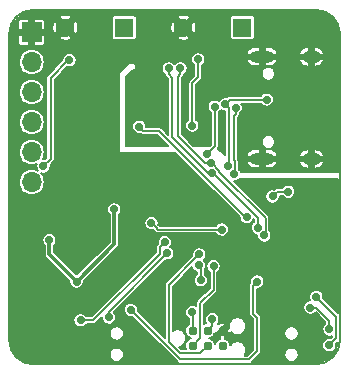
<source format=gbl>
G04 #@! TF.GenerationSoftware,KiCad,Pcbnew,5.1.4+dfsg1-1*
G04 #@! TF.CreationDate,2020-04-12T23:52:35+02:00*
G04 #@! TF.ProjectId,OtterIron_Devkit,4f747465-7249-4726-9f6e-5f4465766b69,rev?*
G04 #@! TF.SameCoordinates,Original*
G04 #@! TF.FileFunction,Copper,L2,Bot*
G04 #@! TF.FilePolarity,Positive*
%FSLAX46Y46*%
G04 Gerber Fmt 4.6, Leading zero omitted, Abs format (unit mm)*
G04 Created by KiCad (PCBNEW 5.1.4+dfsg1-1) date 2020-04-12 23:52:35*
%MOMM*%
%LPD*%
G04 APERTURE LIST*
%ADD10C,0.150000*%
%ADD11C,1.600000*%
%ADD12R,1.600000X1.600000*%
%ADD13O,1.700000X1.700000*%
%ADD14R,1.700000X1.700000*%
%ADD15C,0.784860*%
%ADD16O,2.100000X1.000000*%
%ADD17O,1.600000X1.000000*%
%ADD18C,0.700000*%
%ADD19C,0.154000*%
%ADD20C,0.300000*%
%ADD21C,0.200000*%
G04 APERTURE END LIST*
D10*
X88000000Y-120000001D02*
G75*
G02X85999999Y-118000000I0J2000001D01*
G01*
X114000001Y-118000000D02*
G75*
G02X112000000Y-120000001I-2000001J0D01*
G01*
X112000000Y-89999999D02*
G75*
G02X114000001Y-92000000I0J-2000001D01*
G01*
X86000000Y-92000000D02*
G75*
G02X88000000Y-90000000I2000000J0D01*
G01*
X86000000Y-92000000D02*
X85999999Y-118000000D01*
X112000000Y-90000000D02*
X88000000Y-90000000D01*
X114000000Y-118000000D02*
X114000000Y-92000000D01*
X88000000Y-120000001D02*
X112000000Y-120000001D01*
D11*
X90750000Y-91500000D03*
D12*
X95750000Y-91500000D03*
D11*
X100750000Y-91500000D03*
D12*
X105750000Y-91500000D03*
D13*
X87900000Y-104600000D03*
X87900000Y-102060000D03*
X87900000Y-99520000D03*
X87900000Y-96980000D03*
X87900000Y-94440000D03*
D14*
X87900000Y-91900000D03*
D15*
X104070000Y-118435000D03*
X104070000Y-117165000D03*
X102800000Y-118435000D03*
X102800000Y-117165000D03*
X101530000Y-118435000D03*
X101530000Y-117165000D03*
D16*
X107415000Y-102620000D03*
X107415000Y-93980000D03*
D17*
X111595000Y-102620000D03*
X111595000Y-93980000D03*
D18*
X99600000Y-104000000D03*
X98700000Y-104000000D03*
X97800000Y-104000000D03*
X96800000Y-104000000D03*
X95800000Y-104000000D03*
X98200000Y-98700000D03*
X98200000Y-97100000D03*
X97000000Y-95900000D03*
X101400000Y-95300000D03*
X103900000Y-95500000D03*
X102300000Y-98000000D03*
X96500000Y-100800000D03*
X93900000Y-100400000D03*
X94800000Y-100400000D03*
X104000000Y-100700000D03*
X104000000Y-101500000D03*
X105400000Y-109200000D03*
X106300000Y-118000000D03*
X93100000Y-113900000D03*
X88700000Y-107500000D03*
X105600000Y-104600000D03*
X102800000Y-100800000D03*
X111800000Y-116100000D03*
X112100000Y-108700000D03*
X110700000Y-111000000D03*
X101200000Y-106700000D03*
X96900000Y-106700000D03*
X96000000Y-106700000D03*
X111800000Y-106500000D03*
X102700000Y-107600000D03*
X97100000Y-109200000D03*
X96000000Y-109000000D03*
X102700000Y-109300000D03*
X104400000Y-111700000D03*
X106200000Y-112200000D03*
X104000000Y-107600000D03*
X110600000Y-105800000D03*
X111100000Y-104900000D03*
X112000000Y-110100000D03*
X104900000Y-113100000D03*
X105000000Y-117800000D03*
X100300000Y-115400000D03*
X98600000Y-116400000D03*
X95600000Y-116000000D03*
X98700000Y-114200000D03*
X100300000Y-113900000D03*
X98200000Y-113000000D03*
X96700000Y-114500000D03*
X95100000Y-113300000D03*
X97000000Y-111500000D03*
X94600000Y-111500000D03*
X93200000Y-110300000D03*
X91100000Y-105500000D03*
X107000000Y-110400000D03*
X110600000Y-113700000D03*
X110400000Y-115000000D03*
X86750000Y-114750000D03*
X86750000Y-112250000D03*
X86750000Y-118250000D03*
X92000000Y-118250000D03*
X92000000Y-119250000D03*
X99380748Y-110607913D03*
X94437986Y-116043051D03*
X102000000Y-94200000D03*
X101500000Y-99800000D03*
X92041691Y-116287999D03*
X99176770Y-109683831D03*
X106111448Y-107534351D03*
X97000000Y-99900000D03*
X103400000Y-98200000D03*
X91700000Y-113000000D03*
X89400000Y-109500000D03*
X102771216Y-102185655D03*
X113107062Y-117054728D03*
X111500000Y-115200000D03*
X94900000Y-106900000D03*
X101500000Y-115600000D03*
X103127748Y-103831941D03*
X107052861Y-108444275D03*
X99500000Y-94954010D03*
X103098498Y-102974466D03*
X107600000Y-109100000D03*
X100500000Y-94954010D03*
X103200000Y-116200000D03*
X103300000Y-111700000D03*
X102100000Y-110700000D03*
X108297718Y-105800304D03*
X109616510Y-105400000D03*
X104000000Y-108600000D03*
X98045986Y-108050002D03*
X107000000Y-113000000D03*
X96300000Y-115400000D03*
X88900000Y-103250000D03*
X91104018Y-94250000D03*
X104300000Y-98000000D03*
X107800000Y-97600000D03*
X104500000Y-103200000D03*
X105003877Y-103903877D03*
X105181010Y-98299696D03*
X113100000Y-118400000D03*
X112000000Y-114300000D03*
X102233027Y-112900000D03*
X102040303Y-111613569D03*
D19*
X94437986Y-115550675D02*
X94437986Y-116043051D01*
X99380748Y-110607913D02*
X94437986Y-115550675D01*
X102000000Y-94200000D02*
X102000000Y-95700000D01*
X101500000Y-99305026D02*
X101500000Y-99800000D01*
X101500000Y-96200000D02*
X101500000Y-99305026D01*
X102000000Y-95700000D02*
X101500000Y-96200000D01*
X93112001Y-116287999D02*
X98750001Y-110649999D01*
X98750001Y-110649999D02*
X98750001Y-110110600D01*
X98750001Y-110110600D02*
X98826771Y-110033830D01*
X92041691Y-116287999D02*
X93112001Y-116287999D01*
X98826771Y-110033830D02*
X99176770Y-109683831D01*
X97349999Y-100249999D02*
X97000000Y-99900000D01*
X98649999Y-100249999D02*
X97349999Y-100249999D01*
X106111448Y-107534351D02*
X105934351Y-107534351D01*
X105934351Y-107534351D02*
X98649999Y-100249999D01*
D20*
X89400000Y-110700000D02*
X91700000Y-113000000D01*
X89400000Y-109500000D02*
X89400000Y-110700000D01*
D19*
X103400000Y-101556871D02*
X102771216Y-102185655D01*
X103400000Y-98200000D02*
X103400000Y-101556871D01*
X112000000Y-115200000D02*
X111500000Y-115200000D01*
X113107062Y-117054728D02*
X113107062Y-116307062D01*
X113107062Y-116307062D02*
X112000000Y-115200000D01*
D20*
X91700000Y-113000000D02*
X94900000Y-109800000D01*
X94900000Y-109800000D02*
X94900000Y-106900000D01*
D19*
X101530000Y-117165000D02*
X101530000Y-115630000D01*
X101530000Y-115630000D02*
X101500000Y-115600000D01*
X107052861Y-107652861D02*
X107052861Y-108444275D01*
X103127748Y-103831941D02*
X103231941Y-103831941D01*
X103231941Y-103831941D02*
X107052861Y-107652861D01*
X99500000Y-95448984D02*
X99500000Y-94954010D01*
X99800000Y-95748984D02*
X99500000Y-95448984D01*
X99800000Y-100799584D02*
X99800000Y-95748984D01*
X103127748Y-103831941D02*
X102832357Y-103831941D01*
X102832357Y-103831941D02*
X99800000Y-100799584D01*
X107700000Y-109000000D02*
X107600000Y-109100000D01*
X103174466Y-102974466D02*
X103800000Y-103600000D01*
X103800000Y-103600000D02*
X103800000Y-103700000D01*
X103098498Y-102974466D02*
X103174466Y-102974466D01*
X103800000Y-103700000D02*
X107700000Y-107600000D01*
X107700000Y-107600000D02*
X107700000Y-109000000D01*
X100300000Y-95648984D02*
X100500000Y-95448984D01*
X100500000Y-95448984D02*
X100500000Y-94954010D01*
X100300000Y-100670942D02*
X100300000Y-95648984D01*
X103098498Y-102974466D02*
X102603524Y-102974466D01*
X102603524Y-102974466D02*
X100300000Y-100670942D01*
X103200000Y-116765000D02*
X102800000Y-117165000D01*
X103200000Y-116200000D02*
X103200000Y-116765000D01*
X102153431Y-114846569D02*
X103300000Y-113700000D01*
X101530000Y-118435000D02*
X102153431Y-117811569D01*
X103300000Y-112194974D02*
X103300000Y-111700000D01*
X102153431Y-117811569D02*
X102153431Y-114846569D01*
X103300000Y-113700000D02*
X103300000Y-112194974D01*
X99500000Y-118113047D02*
X99500000Y-113300000D01*
X100445384Y-119058431D02*
X99500000Y-118113047D01*
X101750001Y-111049999D02*
X102100000Y-110700000D01*
X102176569Y-119058431D02*
X100445384Y-119058431D01*
X99500000Y-113300000D02*
X101750001Y-111049999D01*
X102800000Y-118435000D02*
X102176569Y-119058431D01*
X108698022Y-105400000D02*
X109121536Y-105400000D01*
X108297718Y-105800304D02*
X108698022Y-105400000D01*
X109121536Y-105400000D02*
X109616510Y-105400000D01*
X104000000Y-108600000D02*
X98595984Y-108600000D01*
X98595984Y-108600000D02*
X98395985Y-108400001D01*
X98395985Y-108400001D02*
X98045986Y-108050002D01*
X106650001Y-115713885D02*
X107000000Y-116063884D01*
X106650001Y-113349999D02*
X106650001Y-115713885D01*
X100500000Y-119600000D02*
X96649999Y-115749999D01*
X107000000Y-118900000D02*
X106300000Y-119600000D01*
X96649999Y-115749999D02*
X96300000Y-115400000D01*
X106300000Y-119600000D02*
X100500000Y-119600000D01*
X107000000Y-113000000D02*
X106650001Y-113349999D01*
X107000000Y-116063884D02*
X107000000Y-118900000D01*
D21*
X88900000Y-103250000D02*
X89500000Y-102650000D01*
X91000000Y-94250000D02*
X91104018Y-94250000D01*
X89500000Y-95750000D02*
X91000000Y-94250000D01*
X89500000Y-102650000D02*
X89500000Y-95750000D01*
D19*
X104700000Y-97600000D02*
X104300000Y-98000000D01*
X107800000Y-97600000D02*
X104700000Y-97600000D01*
X104600000Y-103100000D02*
X104500000Y-103200000D01*
X104300000Y-98000000D02*
X104600000Y-98300000D01*
X104600000Y-98300000D02*
X104600000Y-103100000D01*
X105181010Y-98794670D02*
X105181010Y-98299696D01*
X105000000Y-98975680D02*
X105181010Y-98794670D01*
X105003877Y-103696123D02*
X105100000Y-103600000D01*
X105092593Y-102792593D02*
X105000000Y-102700000D01*
X105000000Y-102700000D02*
X105000000Y-98975680D01*
X105100000Y-103600000D02*
X105092593Y-103407407D01*
X105003877Y-103903877D02*
X105003877Y-103696123D01*
X105092593Y-103407407D02*
X105092593Y-102792593D01*
X113100000Y-118400000D02*
X113688064Y-117811936D01*
X112349999Y-114649999D02*
X112000000Y-114300000D01*
X113688064Y-115988064D02*
X112349999Y-114649999D01*
X113688064Y-117811936D02*
X113688064Y-115988064D01*
X102233027Y-111806293D02*
X102040303Y-111613569D01*
X102233027Y-112900000D02*
X102233027Y-111806293D01*
D21*
G36*
X112354316Y-90210580D02*
G01*
X112695133Y-90313478D01*
X113009479Y-90480619D01*
X113285366Y-90705627D01*
X113512301Y-90979944D01*
X113681626Y-91293104D01*
X113786904Y-91633204D01*
X113824984Y-91995510D01*
X113825001Y-92000329D01*
X113825001Y-103700000D01*
X105641422Y-103700000D01*
X105498732Y-103557310D01*
X105473034Y-103518850D01*
X105426327Y-103472143D01*
X105423593Y-103401063D01*
X105423593Y-102938711D01*
X106131226Y-102938711D01*
X106157894Y-103044265D01*
X106254251Y-103174062D01*
X106374078Y-103282567D01*
X106512771Y-103365610D01*
X106665000Y-103420000D01*
X107215000Y-103420000D01*
X107215000Y-102820000D01*
X107615000Y-102820000D01*
X107615000Y-103420000D01*
X108165000Y-103420000D01*
X108317229Y-103365610D01*
X108455922Y-103282567D01*
X108575749Y-103174062D01*
X108672106Y-103044265D01*
X108698774Y-102938711D01*
X110561226Y-102938711D01*
X110599094Y-103050932D01*
X110696536Y-103178416D01*
X110816977Y-103284441D01*
X110955788Y-103364932D01*
X111107635Y-103416795D01*
X111266682Y-103438038D01*
X111395000Y-103357397D01*
X111395000Y-102820000D01*
X111795000Y-102820000D01*
X111795000Y-103357397D01*
X111923318Y-103438038D01*
X112082365Y-103416795D01*
X112234212Y-103364932D01*
X112373023Y-103284441D01*
X112493464Y-103178416D01*
X112590906Y-103050932D01*
X112628774Y-102938711D01*
X112591868Y-102820000D01*
X111795000Y-102820000D01*
X111395000Y-102820000D01*
X110598132Y-102820000D01*
X110561226Y-102938711D01*
X108698774Y-102938711D01*
X108661868Y-102820000D01*
X107615000Y-102820000D01*
X107215000Y-102820000D01*
X106168132Y-102820000D01*
X106131226Y-102938711D01*
X105423593Y-102938711D01*
X105423593Y-102808839D01*
X105425193Y-102792592D01*
X105423593Y-102776345D01*
X105423593Y-102776338D01*
X105418803Y-102727706D01*
X105416283Y-102719397D01*
X105409767Y-102697919D01*
X105399876Y-102665312D01*
X105369141Y-102607810D01*
X105331000Y-102561336D01*
X105331000Y-102301289D01*
X106131226Y-102301289D01*
X106168132Y-102420000D01*
X107215000Y-102420000D01*
X107215000Y-101820000D01*
X107615000Y-101820000D01*
X107615000Y-102420000D01*
X108661868Y-102420000D01*
X108698774Y-102301289D01*
X110561226Y-102301289D01*
X110598132Y-102420000D01*
X111395000Y-102420000D01*
X111395000Y-101882603D01*
X111795000Y-101882603D01*
X111795000Y-102420000D01*
X112591868Y-102420000D01*
X112628774Y-102301289D01*
X112590906Y-102189068D01*
X112493464Y-102061584D01*
X112373023Y-101955559D01*
X112234212Y-101875068D01*
X112082365Y-101823205D01*
X111923318Y-101801962D01*
X111795000Y-101882603D01*
X111395000Y-101882603D01*
X111266682Y-101801962D01*
X111107635Y-101823205D01*
X110955788Y-101875068D01*
X110816977Y-101955559D01*
X110696536Y-102061584D01*
X110599094Y-102189068D01*
X110561226Y-102301289D01*
X108698774Y-102301289D01*
X108672106Y-102195735D01*
X108575749Y-102065938D01*
X108455922Y-101957433D01*
X108317229Y-101874390D01*
X108165000Y-101820000D01*
X107615000Y-101820000D01*
X107215000Y-101820000D01*
X106665000Y-101820000D01*
X106512771Y-101874390D01*
X106374078Y-101957433D01*
X106254251Y-102065938D01*
X106157894Y-102195735D01*
X106131226Y-102301289D01*
X105331000Y-102301289D01*
X105331000Y-101132973D01*
X107366000Y-101132973D01*
X107366000Y-101247027D01*
X107388250Y-101358888D01*
X107431896Y-101464260D01*
X107495261Y-101559091D01*
X107575909Y-101639739D01*
X107670740Y-101703104D01*
X107776112Y-101746750D01*
X107887973Y-101769000D01*
X108002027Y-101769000D01*
X108113888Y-101746750D01*
X108219260Y-101703104D01*
X108314091Y-101639739D01*
X108394739Y-101559091D01*
X108458104Y-101464260D01*
X108501750Y-101358888D01*
X108524000Y-101247027D01*
X108524000Y-101132973D01*
X108501750Y-101021112D01*
X108458104Y-100915740D01*
X108394739Y-100820909D01*
X108314091Y-100740261D01*
X108219260Y-100676896D01*
X108113888Y-100633250D01*
X108002027Y-100611000D01*
X107887973Y-100611000D01*
X107776112Y-100633250D01*
X107670740Y-100676896D01*
X107575909Y-100740261D01*
X107495261Y-100820909D01*
X107431896Y-100915740D01*
X107388250Y-101021112D01*
X107366000Y-101132973D01*
X105331000Y-101132973D01*
X105331000Y-99112784D01*
X105403568Y-99040216D01*
X105416194Y-99029854D01*
X105457558Y-98979453D01*
X105488293Y-98921951D01*
X105507220Y-98859557D01*
X105512010Y-98810925D01*
X105512010Y-98810917D01*
X105512639Y-98804532D01*
X105566037Y-98768853D01*
X105650167Y-98684723D01*
X105716267Y-98585797D01*
X105761798Y-98475876D01*
X105785010Y-98359185D01*
X105785010Y-98240207D01*
X105761798Y-98123516D01*
X105716267Y-98013595D01*
X105661079Y-97931000D01*
X107294743Y-97931000D01*
X107330843Y-97985027D01*
X107414973Y-98069157D01*
X107513899Y-98135257D01*
X107623820Y-98180788D01*
X107740511Y-98204000D01*
X107859489Y-98204000D01*
X107976180Y-98180788D01*
X108086101Y-98135257D01*
X108185027Y-98069157D01*
X108269157Y-97985027D01*
X108335257Y-97886101D01*
X108380788Y-97776180D01*
X108404000Y-97659489D01*
X108404000Y-97540511D01*
X108380788Y-97423820D01*
X108335257Y-97313899D01*
X108269157Y-97214973D01*
X108185027Y-97130843D01*
X108086101Y-97064743D01*
X107976180Y-97019212D01*
X107859489Y-96996000D01*
X107740511Y-96996000D01*
X107623820Y-97019212D01*
X107513899Y-97064743D01*
X107414973Y-97130843D01*
X107330843Y-97214973D01*
X107294743Y-97269000D01*
X104716244Y-97269000D01*
X104699999Y-97267400D01*
X104683754Y-97269000D01*
X104683745Y-97269000D01*
X104635113Y-97273790D01*
X104572719Y-97292717D01*
X104515217Y-97323452D01*
X104515215Y-97323453D01*
X104515216Y-97323453D01*
X104477441Y-97354454D01*
X104477437Y-97354458D01*
X104464816Y-97364816D01*
X104454458Y-97377437D01*
X104423218Y-97408677D01*
X104359489Y-97396000D01*
X104240511Y-97396000D01*
X104123820Y-97419212D01*
X104013899Y-97464743D01*
X103914973Y-97530843D01*
X103830843Y-97614973D01*
X103764743Y-97713899D01*
X103763643Y-97716555D01*
X103686101Y-97664743D01*
X103576180Y-97619212D01*
X103459489Y-97596000D01*
X103340511Y-97596000D01*
X103223820Y-97619212D01*
X103113899Y-97664743D01*
X103014973Y-97730843D01*
X102930843Y-97814973D01*
X102864743Y-97913899D01*
X102819212Y-98023820D01*
X102796000Y-98140511D01*
X102796000Y-98259489D01*
X102819212Y-98376180D01*
X102864743Y-98486101D01*
X102930843Y-98585027D01*
X103014973Y-98669157D01*
X103069000Y-98705257D01*
X103069001Y-101419765D01*
X102988766Y-101500000D01*
X101597162Y-101500000D01*
X100631000Y-100533838D01*
X100631000Y-99740511D01*
X100896000Y-99740511D01*
X100896000Y-99859489D01*
X100919212Y-99976180D01*
X100964743Y-100086101D01*
X101030843Y-100185027D01*
X101114973Y-100269157D01*
X101213899Y-100335257D01*
X101323820Y-100380788D01*
X101440511Y-100404000D01*
X101559489Y-100404000D01*
X101676180Y-100380788D01*
X101786101Y-100335257D01*
X101885027Y-100269157D01*
X101969157Y-100185027D01*
X102035257Y-100086101D01*
X102080788Y-99976180D01*
X102104000Y-99859489D01*
X102104000Y-99740511D01*
X102080788Y-99623820D01*
X102035257Y-99513899D01*
X101969157Y-99414973D01*
X101885027Y-99330843D01*
X101831000Y-99294743D01*
X101831000Y-96337104D01*
X102222563Y-95945542D01*
X102235184Y-95935184D01*
X102245542Y-95922563D01*
X102245546Y-95922559D01*
X102270646Y-95891975D01*
X102276548Y-95884783D01*
X102307283Y-95827281D01*
X102321145Y-95781585D01*
X102326210Y-95764888D01*
X102330086Y-95725532D01*
X102331000Y-95716255D01*
X102331000Y-95716247D01*
X102332600Y-95700000D01*
X102331000Y-95683753D01*
X102331000Y-95352973D01*
X107366000Y-95352973D01*
X107366000Y-95467027D01*
X107388250Y-95578888D01*
X107431896Y-95684260D01*
X107495261Y-95779091D01*
X107575909Y-95859739D01*
X107670740Y-95923104D01*
X107776112Y-95966750D01*
X107887973Y-95989000D01*
X108002027Y-95989000D01*
X108113888Y-95966750D01*
X108219260Y-95923104D01*
X108314091Y-95859739D01*
X108394739Y-95779091D01*
X108458104Y-95684260D01*
X108501750Y-95578888D01*
X108524000Y-95467027D01*
X108524000Y-95352973D01*
X108501750Y-95241112D01*
X108458104Y-95135740D01*
X108394739Y-95040909D01*
X108314091Y-94960261D01*
X108219260Y-94896896D01*
X108113888Y-94853250D01*
X108002027Y-94831000D01*
X107887973Y-94831000D01*
X107776112Y-94853250D01*
X107670740Y-94896896D01*
X107575909Y-94960261D01*
X107495261Y-95040909D01*
X107431896Y-95135740D01*
X107388250Y-95241112D01*
X107366000Y-95352973D01*
X102331000Y-95352973D01*
X102331000Y-94705257D01*
X102385027Y-94669157D01*
X102469157Y-94585027D01*
X102535257Y-94486101D01*
X102580788Y-94376180D01*
X102596198Y-94298711D01*
X106131226Y-94298711D01*
X106157894Y-94404265D01*
X106254251Y-94534062D01*
X106374078Y-94642567D01*
X106512771Y-94725610D01*
X106665000Y-94780000D01*
X107215000Y-94780000D01*
X107215000Y-94180000D01*
X107615000Y-94180000D01*
X107615000Y-94780000D01*
X108165000Y-94780000D01*
X108317229Y-94725610D01*
X108455922Y-94642567D01*
X108575749Y-94534062D01*
X108672106Y-94404265D01*
X108698774Y-94298711D01*
X110561226Y-94298711D01*
X110599094Y-94410932D01*
X110696536Y-94538416D01*
X110816977Y-94644441D01*
X110955788Y-94724932D01*
X111107635Y-94776795D01*
X111266682Y-94798038D01*
X111395000Y-94717397D01*
X111395000Y-94180000D01*
X111795000Y-94180000D01*
X111795000Y-94717397D01*
X111923318Y-94798038D01*
X112082365Y-94776795D01*
X112234212Y-94724932D01*
X112373023Y-94644441D01*
X112493464Y-94538416D01*
X112590906Y-94410932D01*
X112628774Y-94298711D01*
X112591868Y-94180000D01*
X111795000Y-94180000D01*
X111395000Y-94180000D01*
X110598132Y-94180000D01*
X110561226Y-94298711D01*
X108698774Y-94298711D01*
X108661868Y-94180000D01*
X107615000Y-94180000D01*
X107215000Y-94180000D01*
X106168132Y-94180000D01*
X106131226Y-94298711D01*
X102596198Y-94298711D01*
X102604000Y-94259489D01*
X102604000Y-94140511D01*
X102580788Y-94023820D01*
X102535257Y-93913899D01*
X102469157Y-93814973D01*
X102385027Y-93730843D01*
X102286101Y-93664743D01*
X102277763Y-93661289D01*
X106131226Y-93661289D01*
X106168132Y-93780000D01*
X107215000Y-93780000D01*
X107215000Y-93180000D01*
X107615000Y-93180000D01*
X107615000Y-93780000D01*
X108661868Y-93780000D01*
X108698774Y-93661289D01*
X110561226Y-93661289D01*
X110598132Y-93780000D01*
X111395000Y-93780000D01*
X111395000Y-93242603D01*
X111795000Y-93242603D01*
X111795000Y-93780000D01*
X112591868Y-93780000D01*
X112628774Y-93661289D01*
X112590906Y-93549068D01*
X112493464Y-93421584D01*
X112373023Y-93315559D01*
X112234212Y-93235068D01*
X112082365Y-93183205D01*
X111923318Y-93161962D01*
X111795000Y-93242603D01*
X111395000Y-93242603D01*
X111266682Y-93161962D01*
X111107635Y-93183205D01*
X110955788Y-93235068D01*
X110816977Y-93315559D01*
X110696536Y-93421584D01*
X110599094Y-93549068D01*
X110561226Y-93661289D01*
X108698774Y-93661289D01*
X108672106Y-93555735D01*
X108575749Y-93425938D01*
X108455922Y-93317433D01*
X108317229Y-93234390D01*
X108165000Y-93180000D01*
X107615000Y-93180000D01*
X107215000Y-93180000D01*
X106665000Y-93180000D01*
X106512771Y-93234390D01*
X106374078Y-93317433D01*
X106254251Y-93425938D01*
X106157894Y-93555735D01*
X106131226Y-93661289D01*
X102277763Y-93661289D01*
X102176180Y-93619212D01*
X102059489Y-93596000D01*
X101940511Y-93596000D01*
X101823820Y-93619212D01*
X101713899Y-93664743D01*
X101614973Y-93730843D01*
X101530843Y-93814973D01*
X101464743Y-93913899D01*
X101419212Y-94023820D01*
X101396000Y-94140511D01*
X101396000Y-94259489D01*
X101419212Y-94376180D01*
X101464743Y-94486101D01*
X101530843Y-94585027D01*
X101614973Y-94669157D01*
X101669000Y-94705257D01*
X101669001Y-95562894D01*
X101277442Y-95954453D01*
X101264816Y-95964816D01*
X101223452Y-96015218D01*
X101192717Y-96072720D01*
X101173790Y-96135114D01*
X101169000Y-96183746D01*
X101169000Y-96183753D01*
X101167400Y-96200000D01*
X101169000Y-96216247D01*
X101169001Y-99288762D01*
X101169000Y-99288772D01*
X101169000Y-99294743D01*
X101114973Y-99330843D01*
X101030843Y-99414973D01*
X100964743Y-99513899D01*
X100919212Y-99623820D01*
X100896000Y-99740511D01*
X100631000Y-99740511D01*
X100631000Y-95786088D01*
X100722558Y-95694530D01*
X100735184Y-95684168D01*
X100776548Y-95633767D01*
X100807283Y-95576265D01*
X100814529Y-95552377D01*
X100826210Y-95513872D01*
X100826766Y-95508225D01*
X100831000Y-95465239D01*
X100831000Y-95465231D01*
X100831629Y-95458846D01*
X100885027Y-95423167D01*
X100969157Y-95339037D01*
X101035257Y-95240111D01*
X101080788Y-95130190D01*
X101104000Y-95013499D01*
X101104000Y-94894521D01*
X101080788Y-94777830D01*
X101035257Y-94667909D01*
X100969157Y-94568983D01*
X100885027Y-94484853D01*
X100786101Y-94418753D01*
X100676180Y-94373222D01*
X100559489Y-94350010D01*
X100440511Y-94350010D01*
X100323820Y-94373222D01*
X100213899Y-94418753D01*
X100114973Y-94484853D01*
X100030843Y-94568983D01*
X100000000Y-94615143D01*
X99969157Y-94568983D01*
X99885027Y-94484853D01*
X99786101Y-94418753D01*
X99676180Y-94373222D01*
X99559489Y-94350010D01*
X99440511Y-94350010D01*
X99323820Y-94373222D01*
X99213899Y-94418753D01*
X99114973Y-94484853D01*
X99030843Y-94568983D01*
X98964743Y-94667909D01*
X98919212Y-94777830D01*
X98896000Y-94894521D01*
X98896000Y-95013499D01*
X98919212Y-95130190D01*
X98964743Y-95240111D01*
X99030843Y-95339037D01*
X99114973Y-95423167D01*
X99168371Y-95458846D01*
X99169000Y-95465231D01*
X99169000Y-95465238D01*
X99171367Y-95489267D01*
X99173790Y-95513871D01*
X99178084Y-95528025D01*
X99192717Y-95576264D01*
X99223452Y-95633766D01*
X99264816Y-95684168D01*
X99277442Y-95694530D01*
X99469001Y-95886090D01*
X99469000Y-100600896D01*
X98895544Y-100027440D01*
X98885183Y-100014815D01*
X98834782Y-99973451D01*
X98777280Y-99942716D01*
X98714886Y-99923789D01*
X98666254Y-99918999D01*
X98666246Y-99918999D01*
X98649999Y-99917399D01*
X98633752Y-99918999D01*
X97604000Y-99918999D01*
X97604000Y-99840511D01*
X97580788Y-99723820D01*
X97535257Y-99613899D01*
X97469157Y-99514973D01*
X97385027Y-99430843D01*
X97286101Y-99364743D01*
X97176180Y-99319212D01*
X97059489Y-99296000D01*
X96940511Y-99296000D01*
X96823820Y-99319212D01*
X96713899Y-99364743D01*
X96614973Y-99430843D01*
X96530843Y-99514973D01*
X96464743Y-99613899D01*
X96419212Y-99723820D01*
X96396000Y-99840511D01*
X96396000Y-99959489D01*
X96419212Y-100076180D01*
X96464743Y-100186101D01*
X96530843Y-100285027D01*
X96614973Y-100369157D01*
X96713899Y-100435257D01*
X96823820Y-100480788D01*
X96940511Y-100504000D01*
X97059489Y-100504000D01*
X97122476Y-100491471D01*
X97127436Y-100495541D01*
X97127440Y-100495545D01*
X97157403Y-100520135D01*
X97165216Y-100526547D01*
X97222718Y-100557282D01*
X97270589Y-100571804D01*
X97285111Y-100576209D01*
X97291296Y-100576818D01*
X97333744Y-100580999D01*
X97333751Y-100580999D01*
X97349998Y-100582599D01*
X97366245Y-100580999D01*
X98512895Y-100580999D01*
X99431896Y-101500000D01*
X95900000Y-101500000D01*
X95900000Y-95641422D01*
X96441422Y-95100000D01*
X96600000Y-95100000D01*
X96619509Y-95098079D01*
X96638268Y-95092388D01*
X96655557Y-95083147D01*
X96670711Y-95070711D01*
X96683147Y-95055557D01*
X96692388Y-95038268D01*
X96698079Y-95019509D01*
X96700000Y-95000000D01*
X96700000Y-94600000D01*
X96698079Y-94580491D01*
X96692388Y-94561732D01*
X96683147Y-94544443D01*
X96670711Y-94529289D01*
X96655557Y-94516853D01*
X96638268Y-94507612D01*
X96619509Y-94501921D01*
X96600000Y-94500000D01*
X96200000Y-94500000D01*
X96180491Y-94501921D01*
X96161732Y-94507612D01*
X96144443Y-94516853D01*
X96129289Y-94529289D01*
X95329289Y-95329289D01*
X95316853Y-95344443D01*
X95307612Y-95361732D01*
X95301921Y-95380491D01*
X95300000Y-95400000D01*
X95300000Y-102000000D01*
X95301921Y-102019509D01*
X95307612Y-102038268D01*
X95316853Y-102055557D01*
X95329289Y-102070711D01*
X95344443Y-102083147D01*
X95361732Y-102092388D01*
X95380491Y-102098079D01*
X95400000Y-102100000D01*
X100031896Y-102100000D01*
X105507448Y-107575553D01*
X105507448Y-107593840D01*
X105530660Y-107710531D01*
X105576191Y-107820452D01*
X105642291Y-107919378D01*
X105726421Y-108003508D01*
X105825347Y-108069608D01*
X105935268Y-108115139D01*
X106051959Y-108138351D01*
X106170937Y-108138351D01*
X106287628Y-108115139D01*
X106397549Y-108069608D01*
X106496475Y-108003508D01*
X106580605Y-107919378D01*
X106646705Y-107820452D01*
X106677647Y-107745752D01*
X106721861Y-107789966D01*
X106721861Y-107939018D01*
X106667834Y-107975118D01*
X106583704Y-108059248D01*
X106517604Y-108158174D01*
X106472073Y-108268095D01*
X106448861Y-108384786D01*
X106448861Y-108503764D01*
X106472073Y-108620455D01*
X106517604Y-108730376D01*
X106583704Y-108829302D01*
X106667834Y-108913432D01*
X106766760Y-108979532D01*
X106876681Y-109025063D01*
X106993372Y-109048275D01*
X106996000Y-109048275D01*
X106996000Y-109159489D01*
X107019212Y-109276180D01*
X107064743Y-109386101D01*
X107130843Y-109485027D01*
X107214973Y-109569157D01*
X107313899Y-109635257D01*
X107423820Y-109680788D01*
X107540511Y-109704000D01*
X107659489Y-109704000D01*
X107776180Y-109680788D01*
X107886101Y-109635257D01*
X107985027Y-109569157D01*
X108069157Y-109485027D01*
X108135257Y-109386101D01*
X108180788Y-109276180D01*
X108204000Y-109159489D01*
X108204000Y-109040511D01*
X108180788Y-108923820D01*
X108135257Y-108813899D01*
X108069157Y-108714973D01*
X108031000Y-108676816D01*
X108031000Y-107616247D01*
X108032600Y-107600000D01*
X108031000Y-107583753D01*
X108031000Y-107583745D01*
X108026210Y-107535113D01*
X108020032Y-107514745D01*
X108007283Y-107472719D01*
X108004802Y-107468077D01*
X107976548Y-107415217D01*
X107969862Y-107407070D01*
X107945546Y-107377441D01*
X107945542Y-107377437D01*
X107935184Y-107364816D01*
X107922564Y-107354459D01*
X106308920Y-105740815D01*
X107693718Y-105740815D01*
X107693718Y-105859793D01*
X107716930Y-105976484D01*
X107762461Y-106086405D01*
X107828561Y-106185331D01*
X107912691Y-106269461D01*
X108011617Y-106335561D01*
X108121538Y-106381092D01*
X108238229Y-106404304D01*
X108357207Y-106404304D01*
X108473898Y-106381092D01*
X108583819Y-106335561D01*
X108682745Y-106269461D01*
X108766875Y-106185331D01*
X108832975Y-106086405D01*
X108878506Y-105976484D01*
X108901718Y-105859793D01*
X108901718Y-105740815D01*
X108899766Y-105731000D01*
X109111253Y-105731000D01*
X109147353Y-105785027D01*
X109231483Y-105869157D01*
X109330409Y-105935257D01*
X109440330Y-105980788D01*
X109557021Y-106004000D01*
X109675999Y-106004000D01*
X109792690Y-105980788D01*
X109902611Y-105935257D01*
X110001537Y-105869157D01*
X110085667Y-105785027D01*
X110151767Y-105686101D01*
X110197298Y-105576180D01*
X110220510Y-105459489D01*
X110220510Y-105340511D01*
X110197298Y-105223820D01*
X110151767Y-105113899D01*
X110085667Y-105014973D01*
X110001537Y-104930843D01*
X109902611Y-104864743D01*
X109792690Y-104819212D01*
X109675999Y-104796000D01*
X109557021Y-104796000D01*
X109440330Y-104819212D01*
X109330409Y-104864743D01*
X109231483Y-104930843D01*
X109147353Y-105014973D01*
X109111253Y-105069000D01*
X108714268Y-105069000D01*
X108698021Y-105067400D01*
X108681774Y-105069000D01*
X108681767Y-105069000D01*
X108639319Y-105073181D01*
X108633134Y-105073790D01*
X108618612Y-105078195D01*
X108570741Y-105092717D01*
X108513239Y-105123452D01*
X108513237Y-105123453D01*
X108513238Y-105123453D01*
X108475463Y-105154454D01*
X108475459Y-105154458D01*
X108462838Y-105164816D01*
X108452480Y-105177437D01*
X108420936Y-105208981D01*
X108357207Y-105196304D01*
X108238229Y-105196304D01*
X108121538Y-105219516D01*
X108011617Y-105265047D01*
X107912691Y-105331147D01*
X107828561Y-105415277D01*
X107762461Y-105514203D01*
X107716930Y-105624124D01*
X107693718Y-105740815D01*
X106308920Y-105740815D01*
X105073888Y-104505784D01*
X105180057Y-104484665D01*
X105289978Y-104439134D01*
X105388904Y-104373034D01*
X105461938Y-104300000D01*
X113825001Y-104300000D01*
X113825000Y-115656895D01*
X112595549Y-114427445D01*
X112595545Y-114427440D01*
X112591323Y-114423218D01*
X112604000Y-114359489D01*
X112604000Y-114240511D01*
X112580788Y-114123820D01*
X112535257Y-114013899D01*
X112469157Y-113914973D01*
X112385027Y-113830843D01*
X112286101Y-113764743D01*
X112176180Y-113719212D01*
X112059489Y-113696000D01*
X111940511Y-113696000D01*
X111823820Y-113719212D01*
X111713899Y-113764743D01*
X111614973Y-113830843D01*
X111530843Y-113914973D01*
X111464743Y-114013899D01*
X111419212Y-114123820D01*
X111396000Y-114240511D01*
X111396000Y-114359489D01*
X111419212Y-114476180D01*
X111464743Y-114586101D01*
X111471357Y-114596000D01*
X111440511Y-114596000D01*
X111323820Y-114619212D01*
X111213899Y-114664743D01*
X111114973Y-114730843D01*
X111030843Y-114814973D01*
X110964743Y-114913899D01*
X110919212Y-115023820D01*
X110896000Y-115140511D01*
X110896000Y-115259489D01*
X110919212Y-115376180D01*
X110964743Y-115486101D01*
X111030843Y-115585027D01*
X111114973Y-115669157D01*
X111213899Y-115735257D01*
X111323820Y-115780788D01*
X111440511Y-115804000D01*
X111559489Y-115804000D01*
X111676180Y-115780788D01*
X111786101Y-115735257D01*
X111885027Y-115669157D01*
X111943040Y-115611144D01*
X112776063Y-116444168D01*
X112776063Y-116549471D01*
X112722035Y-116585571D01*
X112637905Y-116669701D01*
X112571805Y-116768627D01*
X112526274Y-116878548D01*
X112503062Y-116995239D01*
X112503062Y-117114217D01*
X112526274Y-117230908D01*
X112571805Y-117340829D01*
X112637905Y-117439755D01*
X112722035Y-117523885D01*
X112820961Y-117589985D01*
X112930882Y-117635516D01*
X113047573Y-117658728D01*
X113166551Y-117658728D01*
X113283242Y-117635516D01*
X113357064Y-117604938D01*
X113357064Y-117674831D01*
X113223218Y-117808677D01*
X113159489Y-117796000D01*
X113040511Y-117796000D01*
X112923820Y-117819212D01*
X112813899Y-117864743D01*
X112714973Y-117930843D01*
X112630843Y-118014973D01*
X112564743Y-118113899D01*
X112519212Y-118223820D01*
X112496000Y-118340511D01*
X112496000Y-118459489D01*
X112519212Y-118576180D01*
X112564743Y-118686101D01*
X112630843Y-118785027D01*
X112714973Y-118869157D01*
X112813899Y-118935257D01*
X112923820Y-118980788D01*
X113040511Y-119004000D01*
X113159489Y-119004000D01*
X113276180Y-118980788D01*
X113386101Y-118935257D01*
X113485027Y-118869157D01*
X113569157Y-118785027D01*
X113635257Y-118686101D01*
X113680788Y-118576180D01*
X113704000Y-118459489D01*
X113704000Y-118340511D01*
X113691323Y-118276782D01*
X113808513Y-118159591D01*
X113789420Y-118354316D01*
X113686522Y-118695134D01*
X113519381Y-119009479D01*
X113294373Y-119285366D01*
X113020056Y-119512301D01*
X112706896Y-119681626D01*
X112366796Y-119786904D01*
X112004489Y-119824984D01*
X111999671Y-119825001D01*
X106543541Y-119825001D01*
X106545547Y-119822557D01*
X107222563Y-119145542D01*
X107228693Y-119140511D01*
X109296000Y-119140511D01*
X109296000Y-119259489D01*
X109319212Y-119376180D01*
X109364743Y-119486101D01*
X109430843Y-119585027D01*
X109514973Y-119669157D01*
X109613899Y-119735257D01*
X109723820Y-119780788D01*
X109840511Y-119804000D01*
X109959489Y-119804000D01*
X110076180Y-119780788D01*
X110186101Y-119735257D01*
X110285027Y-119669157D01*
X110369157Y-119585027D01*
X110435257Y-119486101D01*
X110480788Y-119376180D01*
X110504000Y-119259489D01*
X110504000Y-119140511D01*
X110480788Y-119023820D01*
X110435257Y-118913899D01*
X110369157Y-118814973D01*
X110285027Y-118730843D01*
X110186101Y-118664743D01*
X110076180Y-118619212D01*
X109959489Y-118596000D01*
X109840511Y-118596000D01*
X109723820Y-118619212D01*
X109613899Y-118664743D01*
X109514973Y-118730843D01*
X109430843Y-118814973D01*
X109364743Y-118913899D01*
X109319212Y-119023820D01*
X109296000Y-119140511D01*
X107228693Y-119140511D01*
X107235184Y-119135184D01*
X107245542Y-119122563D01*
X107245546Y-119122559D01*
X107263983Y-119100093D01*
X107276548Y-119084783D01*
X107307283Y-119027281D01*
X107326210Y-118964887D01*
X107331000Y-118916255D01*
X107331000Y-118916246D01*
X107332600Y-118900001D01*
X107331000Y-118883756D01*
X107331000Y-117340511D01*
X109296000Y-117340511D01*
X109296000Y-117459489D01*
X109319212Y-117576180D01*
X109364743Y-117686101D01*
X109430843Y-117785027D01*
X109514973Y-117869157D01*
X109613899Y-117935257D01*
X109723820Y-117980788D01*
X109840511Y-118004000D01*
X109959489Y-118004000D01*
X110076180Y-117980788D01*
X110186101Y-117935257D01*
X110285027Y-117869157D01*
X110369157Y-117785027D01*
X110435257Y-117686101D01*
X110480788Y-117576180D01*
X110504000Y-117459489D01*
X110504000Y-117340511D01*
X110480788Y-117223820D01*
X110435257Y-117113899D01*
X110369157Y-117014973D01*
X110285027Y-116930843D01*
X110186101Y-116864743D01*
X110076180Y-116819212D01*
X109959489Y-116796000D01*
X109840511Y-116796000D01*
X109723820Y-116819212D01*
X109613899Y-116864743D01*
X109514973Y-116930843D01*
X109430843Y-117014973D01*
X109364743Y-117113899D01*
X109319212Y-117223820D01*
X109296000Y-117340511D01*
X107331000Y-117340511D01*
X107331000Y-116080130D01*
X107332600Y-116063883D01*
X107331000Y-116047636D01*
X107331000Y-116047629D01*
X107326210Y-115998997D01*
X107307283Y-115936603D01*
X107276548Y-115879101D01*
X107265126Y-115865184D01*
X107245546Y-115841325D01*
X107245542Y-115841321D01*
X107235184Y-115828700D01*
X107222564Y-115818343D01*
X106981001Y-115576781D01*
X106981001Y-113604000D01*
X107059489Y-113604000D01*
X107176180Y-113580788D01*
X107286101Y-113535257D01*
X107385027Y-113469157D01*
X107469157Y-113385027D01*
X107535257Y-113286101D01*
X107580788Y-113176180D01*
X107604000Y-113059489D01*
X107604000Y-112940511D01*
X107580788Y-112823820D01*
X107535257Y-112713899D01*
X107469157Y-112614973D01*
X107385027Y-112530843D01*
X107286101Y-112464743D01*
X107176180Y-112419212D01*
X107059489Y-112396000D01*
X106940511Y-112396000D01*
X106823820Y-112419212D01*
X106713899Y-112464743D01*
X106614973Y-112530843D01*
X106530843Y-112614973D01*
X106464743Y-112713899D01*
X106419212Y-112823820D01*
X106396000Y-112940511D01*
X106396000Y-113059489D01*
X106408529Y-113122476D01*
X106373453Y-113165217D01*
X106342718Y-113222719D01*
X106323791Y-113285113D01*
X106319001Y-113333745D01*
X106319001Y-113333752D01*
X106317401Y-113349999D01*
X106319001Y-113366246D01*
X106319002Y-115697628D01*
X106317401Y-115713885D01*
X106323791Y-115778772D01*
X106342718Y-115841165D01*
X106373454Y-115898668D01*
X106404455Y-115936443D01*
X106404460Y-115936448D01*
X106414818Y-115949069D01*
X106427439Y-115959427D01*
X106669000Y-116200989D01*
X106669001Y-118762894D01*
X106162896Y-119269000D01*
X105935435Y-119269000D01*
X106001770Y-119169723D01*
X106058062Y-119033822D01*
X106086760Y-118889549D01*
X106086760Y-118742451D01*
X106058062Y-118598178D01*
X106001770Y-118462277D01*
X105920046Y-118339968D01*
X105816032Y-118235954D01*
X105693723Y-118154230D01*
X105557822Y-118097938D01*
X105413549Y-118069240D01*
X105266451Y-118069240D01*
X105122178Y-118097938D01*
X104986277Y-118154230D01*
X104863968Y-118235954D01*
X104759954Y-118339968D01*
X104716430Y-118405106D01*
X104716430Y-118371332D01*
X104691588Y-118246443D01*
X104642859Y-118128800D01*
X104572115Y-118022925D01*
X104482075Y-117932885D01*
X104376200Y-117862141D01*
X104287586Y-117825436D01*
X104299906Y-117821699D01*
X104344131Y-117721974D01*
X104070000Y-117447843D01*
X103795869Y-117721974D01*
X103840094Y-117821699D01*
X103853541Y-117824969D01*
X103763800Y-117862141D01*
X103657925Y-117932885D01*
X103567885Y-118022925D01*
X103497141Y-118128800D01*
X103448412Y-118246443D01*
X103435000Y-118313870D01*
X103421588Y-118246443D01*
X103372859Y-118128800D01*
X103302115Y-118022925D01*
X103212075Y-117932885D01*
X103106200Y-117862141D01*
X102988557Y-117813412D01*
X102921130Y-117800000D01*
X102988557Y-117786588D01*
X103106200Y-117737859D01*
X103212075Y-117667115D01*
X103302115Y-117577075D01*
X103372859Y-117471200D01*
X103409564Y-117382586D01*
X103413301Y-117394906D01*
X103513026Y-117439131D01*
X103787157Y-117165000D01*
X104352843Y-117165000D01*
X104626974Y-117439131D01*
X104726699Y-117394906D01*
X104758933Y-117262373D01*
X104759087Y-117258734D01*
X104759954Y-117260032D01*
X104863968Y-117364046D01*
X104986277Y-117445770D01*
X105122178Y-117502062D01*
X105266451Y-117530760D01*
X105413549Y-117530760D01*
X105557822Y-117502062D01*
X105693723Y-117445770D01*
X105816032Y-117364046D01*
X105920046Y-117260032D01*
X106001770Y-117137723D01*
X106058062Y-117001822D01*
X106086760Y-116857549D01*
X106086760Y-116710451D01*
X106058062Y-116566178D01*
X106001770Y-116430277D01*
X105920046Y-116307968D01*
X105816032Y-116203954D01*
X105693723Y-116122230D01*
X105557822Y-116065938D01*
X105413549Y-116037240D01*
X105266451Y-116037240D01*
X105122178Y-116065938D01*
X104986277Y-116122230D01*
X104863968Y-116203954D01*
X104759954Y-116307968D01*
X104678230Y-116430277D01*
X104621938Y-116566178D01*
X104593240Y-116710451D01*
X104593240Y-116857549D01*
X104604365Y-116913478D01*
X104352843Y-117165000D01*
X103787157Y-117165000D01*
X103773015Y-117150858D01*
X104055858Y-116868015D01*
X104070000Y-116882157D01*
X104344131Y-116608026D01*
X104299906Y-116508301D01*
X104167373Y-116476067D01*
X104031098Y-116470309D01*
X103896318Y-116491246D01*
X103840094Y-116508301D01*
X103795870Y-116608024D01*
X103719774Y-116531928D01*
X103674155Y-116577547D01*
X103735257Y-116486101D01*
X103780788Y-116376180D01*
X103804000Y-116259489D01*
X103804000Y-116140511D01*
X103780788Y-116023820D01*
X103735257Y-115913899D01*
X103669157Y-115814973D01*
X103585027Y-115730843D01*
X103486101Y-115664743D01*
X103376180Y-115619212D01*
X103259489Y-115596000D01*
X103140511Y-115596000D01*
X103023820Y-115619212D01*
X102913899Y-115664743D01*
X102814973Y-115730843D01*
X102730843Y-115814973D01*
X102664743Y-115913899D01*
X102619212Y-116023820D01*
X102596000Y-116140511D01*
X102596000Y-116259489D01*
X102619212Y-116376180D01*
X102664743Y-116486101D01*
X102692291Y-116527330D01*
X102611443Y-116543412D01*
X102493800Y-116592141D01*
X102484431Y-116598401D01*
X102484431Y-114983673D01*
X103522564Y-113945541D01*
X103535184Y-113935184D01*
X103545542Y-113922563D01*
X103545546Y-113922559D01*
X103576547Y-113884784D01*
X103576548Y-113884783D01*
X103607283Y-113827281D01*
X103626210Y-113764887D01*
X103631000Y-113716255D01*
X103631000Y-113716246D01*
X103632600Y-113700001D01*
X103631000Y-113683756D01*
X103631000Y-112205257D01*
X103685027Y-112169157D01*
X103769157Y-112085027D01*
X103835257Y-111986101D01*
X103880788Y-111876180D01*
X103904000Y-111759489D01*
X103904000Y-111640511D01*
X103880788Y-111523820D01*
X103835257Y-111413899D01*
X103769157Y-111314973D01*
X103685027Y-111230843D01*
X103586101Y-111164743D01*
X103476180Y-111119212D01*
X103359489Y-111096000D01*
X103240511Y-111096000D01*
X103123820Y-111119212D01*
X103013899Y-111164743D01*
X102914973Y-111230843D01*
X102830843Y-111314973D01*
X102764743Y-111413899D01*
X102719212Y-111523820D01*
X102696000Y-111640511D01*
X102696000Y-111759489D01*
X102719212Y-111876180D01*
X102764743Y-111986101D01*
X102830843Y-112085027D01*
X102914973Y-112169157D01*
X102969000Y-112205257D01*
X102969000Y-112211228D01*
X102969001Y-112211238D01*
X102969000Y-113562895D01*
X101930869Y-114601027D01*
X101918248Y-114611385D01*
X101907890Y-114624006D01*
X101907885Y-114624011D01*
X101876884Y-114661786D01*
X101846148Y-114719289D01*
X101827221Y-114781682D01*
X101820831Y-114846569D01*
X101822432Y-114862826D01*
X101822432Y-115089018D01*
X101786101Y-115064743D01*
X101676180Y-115019212D01*
X101559489Y-114996000D01*
X101440511Y-114996000D01*
X101323820Y-115019212D01*
X101213899Y-115064743D01*
X101114973Y-115130843D01*
X101030843Y-115214973D01*
X100964743Y-115313899D01*
X100919212Y-115423820D01*
X100896000Y-115540511D01*
X100896000Y-115659489D01*
X100919212Y-115776180D01*
X100964743Y-115886101D01*
X101030843Y-115985027D01*
X101114973Y-116069157D01*
X101199001Y-116125302D01*
X101199000Y-116608712D01*
X101117925Y-116662885D01*
X101027885Y-116752925D01*
X100957141Y-116858800D01*
X100908412Y-116976443D01*
X100883570Y-117101332D01*
X100883570Y-117228668D01*
X100908412Y-117353557D01*
X100957141Y-117471200D01*
X101027885Y-117577075D01*
X101117925Y-117667115D01*
X101223800Y-117737859D01*
X101341443Y-117786588D01*
X101408870Y-117800000D01*
X101341443Y-117813412D01*
X101223800Y-117862141D01*
X101117925Y-117932885D01*
X101027885Y-118022925D01*
X100957141Y-118128800D01*
X100908412Y-118246443D01*
X100883570Y-118371332D01*
X100883570Y-118498668D01*
X100908412Y-118623557D01*
X100951438Y-118727431D01*
X100582489Y-118727431D01*
X100391571Y-118536513D01*
X100478192Y-118519283D01*
X100614325Y-118462895D01*
X100736841Y-118381033D01*
X100841033Y-118276841D01*
X100922895Y-118154325D01*
X100979283Y-118018192D01*
X101008030Y-117873674D01*
X101008030Y-117726326D01*
X100979283Y-117581808D01*
X100922895Y-117445675D01*
X100841033Y-117323159D01*
X100736841Y-117218967D01*
X100614325Y-117137105D01*
X100478192Y-117080717D01*
X100333674Y-117051970D01*
X100186326Y-117051970D01*
X100041808Y-117080717D01*
X99905675Y-117137105D01*
X99831000Y-117187001D01*
X99831000Y-113437104D01*
X101465033Y-111803071D01*
X101505046Y-111899670D01*
X101571146Y-111998596D01*
X101655276Y-112082726D01*
X101754202Y-112148826D01*
X101864123Y-112194357D01*
X101902028Y-112201897D01*
X101902027Y-112394743D01*
X101848000Y-112430843D01*
X101763870Y-112514973D01*
X101697770Y-112613899D01*
X101652239Y-112723820D01*
X101629027Y-112840511D01*
X101629027Y-112959489D01*
X101652239Y-113076180D01*
X101697770Y-113186101D01*
X101763870Y-113285027D01*
X101848000Y-113369157D01*
X101946926Y-113435257D01*
X102056847Y-113480788D01*
X102173538Y-113504000D01*
X102292516Y-113504000D01*
X102409207Y-113480788D01*
X102519128Y-113435257D01*
X102618054Y-113369157D01*
X102702184Y-113285027D01*
X102768284Y-113186101D01*
X102813815Y-113076180D01*
X102837027Y-112959489D01*
X102837027Y-112840511D01*
X102813815Y-112723820D01*
X102768284Y-112613899D01*
X102702184Y-112514973D01*
X102618054Y-112430843D01*
X102564027Y-112394743D01*
X102564027Y-111916930D01*
X102575560Y-111899670D01*
X102621091Y-111789749D01*
X102644303Y-111673058D01*
X102644303Y-111554080D01*
X102621091Y-111437389D01*
X102575560Y-111327468D01*
X102509460Y-111228542D01*
X102464075Y-111183157D01*
X102485027Y-111169157D01*
X102569157Y-111085027D01*
X102635257Y-110986101D01*
X102680788Y-110876180D01*
X102704000Y-110759489D01*
X102704000Y-110640511D01*
X102680788Y-110523820D01*
X102635257Y-110413899D01*
X102569157Y-110314973D01*
X102485027Y-110230843D01*
X102386101Y-110164743D01*
X102276180Y-110119212D01*
X102159489Y-110096000D01*
X102040511Y-110096000D01*
X101923820Y-110119212D01*
X101813899Y-110164743D01*
X101714973Y-110230843D01*
X101630843Y-110314973D01*
X101564743Y-110413899D01*
X101519212Y-110523820D01*
X101496000Y-110640511D01*
X101496000Y-110759489D01*
X101508677Y-110823218D01*
X99277438Y-113054458D01*
X99264817Y-113064816D01*
X99254459Y-113077437D01*
X99254454Y-113077442D01*
X99223453Y-113115217D01*
X99192717Y-113172720D01*
X99173790Y-113235113D01*
X99167400Y-113300000D01*
X99169001Y-113316257D01*
X99169000Y-117800895D01*
X96895550Y-115527446D01*
X96895545Y-115527440D01*
X96891323Y-115523218D01*
X96904000Y-115459489D01*
X96904000Y-115340511D01*
X96880788Y-115223820D01*
X96835257Y-115113899D01*
X96769157Y-115014973D01*
X96685027Y-114930843D01*
X96586101Y-114864743D01*
X96476180Y-114819212D01*
X96359489Y-114796000D01*
X96240511Y-114796000D01*
X96123820Y-114819212D01*
X96013899Y-114864743D01*
X95914973Y-114930843D01*
X95830843Y-115014973D01*
X95764743Y-115113899D01*
X95719212Y-115223820D01*
X95696000Y-115340511D01*
X95696000Y-115459489D01*
X95719212Y-115576180D01*
X95764743Y-115686101D01*
X95830843Y-115785027D01*
X95914973Y-115869157D01*
X96013899Y-115935257D01*
X96123820Y-115980788D01*
X96240511Y-116004000D01*
X96359489Y-116004000D01*
X96423218Y-115991323D01*
X96427440Y-115995545D01*
X96427446Y-115995550D01*
X100254458Y-119822563D01*
X100256459Y-119825001D01*
X88008561Y-119825001D01*
X87645684Y-119789420D01*
X87304866Y-119686522D01*
X86990521Y-119519381D01*
X86714634Y-119294373D01*
X86587349Y-119140511D01*
X94496000Y-119140511D01*
X94496000Y-119259489D01*
X94519212Y-119376180D01*
X94564743Y-119486101D01*
X94630843Y-119585027D01*
X94714973Y-119669157D01*
X94813899Y-119735257D01*
X94923820Y-119780788D01*
X95040511Y-119804000D01*
X95159489Y-119804000D01*
X95276180Y-119780788D01*
X95386101Y-119735257D01*
X95485027Y-119669157D01*
X95569157Y-119585027D01*
X95635257Y-119486101D01*
X95680788Y-119376180D01*
X95704000Y-119259489D01*
X95704000Y-119140511D01*
X95680788Y-119023820D01*
X95635257Y-118913899D01*
X95569157Y-118814973D01*
X95485027Y-118730843D01*
X95386101Y-118664743D01*
X95276180Y-118619212D01*
X95159489Y-118596000D01*
X95040511Y-118596000D01*
X94923820Y-118619212D01*
X94813899Y-118664743D01*
X94714973Y-118730843D01*
X94630843Y-118814973D01*
X94564743Y-118913899D01*
X94519212Y-119023820D01*
X94496000Y-119140511D01*
X86587349Y-119140511D01*
X86487699Y-119020056D01*
X86318374Y-118706896D01*
X86213096Y-118366796D01*
X86175016Y-118004489D01*
X86174998Y-117999386D01*
X86174998Y-117340511D01*
X94496000Y-117340511D01*
X94496000Y-117459489D01*
X94519212Y-117576180D01*
X94564743Y-117686101D01*
X94630843Y-117785027D01*
X94714973Y-117869157D01*
X94813899Y-117935257D01*
X94923820Y-117980788D01*
X95040511Y-118004000D01*
X95159489Y-118004000D01*
X95276180Y-117980788D01*
X95386101Y-117935257D01*
X95485027Y-117869157D01*
X95569157Y-117785027D01*
X95635257Y-117686101D01*
X95680788Y-117576180D01*
X95704000Y-117459489D01*
X95704000Y-117340511D01*
X95680788Y-117223820D01*
X95635257Y-117113899D01*
X95569157Y-117014973D01*
X95485027Y-116930843D01*
X95386101Y-116864743D01*
X95276180Y-116819212D01*
X95159489Y-116796000D01*
X95040511Y-116796000D01*
X94923820Y-116819212D01*
X94813899Y-116864743D01*
X94714973Y-116930843D01*
X94630843Y-117014973D01*
X94564743Y-117113899D01*
X94519212Y-117223820D01*
X94496000Y-117340511D01*
X86174998Y-117340511D01*
X86174998Y-116228510D01*
X91437691Y-116228510D01*
X91437691Y-116347488D01*
X91460903Y-116464179D01*
X91506434Y-116574100D01*
X91572534Y-116673026D01*
X91656664Y-116757156D01*
X91755590Y-116823256D01*
X91865511Y-116868787D01*
X91982202Y-116891999D01*
X92101180Y-116891999D01*
X92217871Y-116868787D01*
X92327792Y-116823256D01*
X92426718Y-116757156D01*
X92510848Y-116673026D01*
X92546948Y-116618999D01*
X93095754Y-116618999D01*
X93112001Y-116620599D01*
X93128248Y-116618999D01*
X93128256Y-116618999D01*
X93176888Y-116614209D01*
X93239282Y-116595282D01*
X93296784Y-116564547D01*
X93347185Y-116523183D01*
X93357548Y-116510556D01*
X93833986Y-116034118D01*
X93833986Y-116102540D01*
X93857198Y-116219231D01*
X93902729Y-116329152D01*
X93968829Y-116428078D01*
X94052959Y-116512208D01*
X94151885Y-116578308D01*
X94261806Y-116623839D01*
X94378497Y-116647051D01*
X94497475Y-116647051D01*
X94614166Y-116623839D01*
X94724087Y-116578308D01*
X94823013Y-116512208D01*
X94907143Y-116428078D01*
X94973243Y-116329152D01*
X95018774Y-116219231D01*
X95041986Y-116102540D01*
X95041986Y-115983562D01*
X95018774Y-115866871D01*
X94973243Y-115756950D01*
X94907143Y-115658024D01*
X94852942Y-115603823D01*
X99257530Y-111199236D01*
X99321259Y-111211913D01*
X99440237Y-111211913D01*
X99556928Y-111188701D01*
X99666849Y-111143170D01*
X99765775Y-111077070D01*
X99849905Y-110992940D01*
X99916005Y-110894014D01*
X99961536Y-110784093D01*
X99984748Y-110667402D01*
X99984748Y-110548424D01*
X99961536Y-110431733D01*
X99916005Y-110321812D01*
X99849905Y-110222886D01*
X99765775Y-110138756D01*
X99666849Y-110072656D01*
X99648475Y-110065045D01*
X99712027Y-109969932D01*
X99757558Y-109860011D01*
X99780770Y-109743320D01*
X99780770Y-109624342D01*
X99757558Y-109507651D01*
X99712027Y-109397730D01*
X99645927Y-109298804D01*
X99561797Y-109214674D01*
X99462871Y-109148574D01*
X99352950Y-109103043D01*
X99236259Y-109079831D01*
X99117281Y-109079831D01*
X99000590Y-109103043D01*
X98890669Y-109148574D01*
X98791743Y-109214674D01*
X98707613Y-109298804D01*
X98641513Y-109397730D01*
X98595982Y-109507651D01*
X98572770Y-109624342D01*
X98572770Y-109743320D01*
X98585447Y-109807050D01*
X98527439Y-109865058D01*
X98514818Y-109875416D01*
X98504460Y-109888037D01*
X98504455Y-109888042D01*
X98473454Y-109925817D01*
X98442718Y-109983320D01*
X98423791Y-110045713D01*
X98417401Y-110110600D01*
X98419002Y-110126857D01*
X98419001Y-110512894D01*
X92974897Y-115956999D01*
X92546948Y-115956999D01*
X92510848Y-115902972D01*
X92426718Y-115818842D01*
X92327792Y-115752742D01*
X92217871Y-115707211D01*
X92101180Y-115683999D01*
X91982202Y-115683999D01*
X91865511Y-115707211D01*
X91755590Y-115752742D01*
X91656664Y-115818842D01*
X91572534Y-115902972D01*
X91506434Y-116001898D01*
X91460903Y-116111819D01*
X91437691Y-116228510D01*
X86174998Y-116228510D01*
X86174998Y-109440511D01*
X88796000Y-109440511D01*
X88796000Y-109559489D01*
X88819212Y-109676180D01*
X88864743Y-109786101D01*
X88930843Y-109885027D01*
X88996000Y-109950184D01*
X88996001Y-110680153D01*
X88994046Y-110700000D01*
X88997513Y-110735194D01*
X89001847Y-110779198D01*
X89024948Y-110855352D01*
X89062462Y-110925535D01*
X89100300Y-110971642D01*
X89100304Y-110971646D01*
X89112948Y-110987053D01*
X89128355Y-110999697D01*
X91096000Y-112967343D01*
X91096000Y-113059489D01*
X91119212Y-113176180D01*
X91164743Y-113286101D01*
X91230843Y-113385027D01*
X91314973Y-113469157D01*
X91413899Y-113535257D01*
X91523820Y-113580788D01*
X91640511Y-113604000D01*
X91759489Y-113604000D01*
X91876180Y-113580788D01*
X91986101Y-113535257D01*
X92085027Y-113469157D01*
X92169157Y-113385027D01*
X92235257Y-113286101D01*
X92280788Y-113176180D01*
X92304000Y-113059489D01*
X92304000Y-112967342D01*
X95171641Y-110099701D01*
X95187053Y-110087053D01*
X95213764Y-110054505D01*
X95237538Y-110025537D01*
X95260104Y-109983319D01*
X95275053Y-109955352D01*
X95298154Y-109879198D01*
X95304000Y-109819840D01*
X95304000Y-109819831D01*
X95305953Y-109800001D01*
X95304000Y-109780171D01*
X95304000Y-107990513D01*
X97441986Y-107990513D01*
X97441986Y-108109491D01*
X97465198Y-108226182D01*
X97510729Y-108336103D01*
X97576829Y-108435029D01*
X97660959Y-108519159D01*
X97759885Y-108585259D01*
X97869806Y-108630790D01*
X97986497Y-108654002D01*
X98105475Y-108654002D01*
X98169204Y-108641325D01*
X98173426Y-108645547D01*
X98173432Y-108645552D01*
X98350437Y-108822557D01*
X98360800Y-108835184D01*
X98411201Y-108876548D01*
X98468703Y-108907283D01*
X98508028Y-108919212D01*
X98531096Y-108926210D01*
X98537281Y-108926819D01*
X98579729Y-108931000D01*
X98579736Y-108931000D01*
X98595983Y-108932600D01*
X98612230Y-108931000D01*
X103494743Y-108931000D01*
X103530843Y-108985027D01*
X103614973Y-109069157D01*
X103713899Y-109135257D01*
X103823820Y-109180788D01*
X103940511Y-109204000D01*
X104059489Y-109204000D01*
X104176180Y-109180788D01*
X104286101Y-109135257D01*
X104385027Y-109069157D01*
X104469157Y-108985027D01*
X104535257Y-108886101D01*
X104580788Y-108776180D01*
X104604000Y-108659489D01*
X104604000Y-108540511D01*
X104580788Y-108423820D01*
X104535257Y-108313899D01*
X104469157Y-108214973D01*
X104385027Y-108130843D01*
X104286101Y-108064743D01*
X104176180Y-108019212D01*
X104059489Y-107996000D01*
X103940511Y-107996000D01*
X103823820Y-108019212D01*
X103713899Y-108064743D01*
X103614973Y-108130843D01*
X103530843Y-108214973D01*
X103494743Y-108269000D01*
X98733088Y-108269000D01*
X98641536Y-108177448D01*
X98641531Y-108177442D01*
X98637309Y-108173220D01*
X98649986Y-108109491D01*
X98649986Y-107990513D01*
X98626774Y-107873822D01*
X98581243Y-107763901D01*
X98515143Y-107664975D01*
X98431013Y-107580845D01*
X98332087Y-107514745D01*
X98222166Y-107469214D01*
X98105475Y-107446002D01*
X97986497Y-107446002D01*
X97869806Y-107469214D01*
X97759885Y-107514745D01*
X97660959Y-107580845D01*
X97576829Y-107664975D01*
X97510729Y-107763901D01*
X97465198Y-107873822D01*
X97441986Y-107990513D01*
X95304000Y-107990513D01*
X95304000Y-107350184D01*
X95369157Y-107285027D01*
X95435257Y-107186101D01*
X95480788Y-107076180D01*
X95504000Y-106959489D01*
X95504000Y-106840511D01*
X95480788Y-106723820D01*
X95435257Y-106613899D01*
X95369157Y-106514973D01*
X95285027Y-106430843D01*
X95186101Y-106364743D01*
X95076180Y-106319212D01*
X94959489Y-106296000D01*
X94840511Y-106296000D01*
X94723820Y-106319212D01*
X94613899Y-106364743D01*
X94514973Y-106430843D01*
X94430843Y-106514973D01*
X94364743Y-106613899D01*
X94319212Y-106723820D01*
X94296000Y-106840511D01*
X94296000Y-106959489D01*
X94319212Y-107076180D01*
X94364743Y-107186101D01*
X94430843Y-107285027D01*
X94496001Y-107350185D01*
X94496000Y-109632658D01*
X91732658Y-112396000D01*
X91667343Y-112396000D01*
X89804000Y-110532658D01*
X89804000Y-109950184D01*
X89869157Y-109885027D01*
X89935257Y-109786101D01*
X89980788Y-109676180D01*
X90004000Y-109559489D01*
X90004000Y-109440511D01*
X89980788Y-109323820D01*
X89935257Y-109213899D01*
X89869157Y-109114973D01*
X89785027Y-109030843D01*
X89686101Y-108964743D01*
X89576180Y-108919212D01*
X89459489Y-108896000D01*
X89340511Y-108896000D01*
X89223820Y-108919212D01*
X89113899Y-108964743D01*
X89014973Y-109030843D01*
X88930843Y-109114973D01*
X88864743Y-109213899D01*
X88819212Y-109323820D01*
X88796000Y-109440511D01*
X86174998Y-109440511D01*
X86174998Y-102060000D01*
X86790659Y-102060000D01*
X86811975Y-102276422D01*
X86875103Y-102484526D01*
X86977617Y-102676317D01*
X87115577Y-102844423D01*
X87283683Y-102982383D01*
X87475474Y-103084897D01*
X87683578Y-103148025D01*
X87845773Y-103164000D01*
X87954227Y-103164000D01*
X88116422Y-103148025D01*
X88316526Y-103087324D01*
X88296000Y-103190511D01*
X88296000Y-103309489D01*
X88319212Y-103426180D01*
X88364743Y-103536101D01*
X88427624Y-103630210D01*
X88324526Y-103575103D01*
X88116422Y-103511975D01*
X87954227Y-103496000D01*
X87845773Y-103496000D01*
X87683578Y-103511975D01*
X87475474Y-103575103D01*
X87283683Y-103677617D01*
X87115577Y-103815577D01*
X86977617Y-103983683D01*
X86875103Y-104175474D01*
X86811975Y-104383578D01*
X86790659Y-104600000D01*
X86811975Y-104816422D01*
X86875103Y-105024526D01*
X86977617Y-105216317D01*
X87115577Y-105384423D01*
X87283683Y-105522383D01*
X87475474Y-105624897D01*
X87683578Y-105688025D01*
X87845773Y-105704000D01*
X87954227Y-105704000D01*
X88116422Y-105688025D01*
X88324526Y-105624897D01*
X88516317Y-105522383D01*
X88684423Y-105384423D01*
X88822383Y-105216317D01*
X88924897Y-105024526D01*
X88988025Y-104816422D01*
X89009341Y-104600000D01*
X88988025Y-104383578D01*
X88924897Y-104175474D01*
X88822383Y-103983683D01*
X88684423Y-103815577D01*
X88681697Y-103813340D01*
X88723820Y-103830788D01*
X88840511Y-103854000D01*
X88959489Y-103854000D01*
X89076180Y-103830788D01*
X89186101Y-103785257D01*
X89285027Y-103719157D01*
X89369157Y-103635027D01*
X89435257Y-103536101D01*
X89480788Y-103426180D01*
X89504000Y-103309489D01*
X89504000Y-103190511D01*
X89496720Y-103153911D01*
X89738028Y-102912603D01*
X89751525Y-102901526D01*
X89762603Y-102888028D01*
X89762606Y-102888025D01*
X89795763Y-102847624D01*
X89795764Y-102847623D01*
X89828635Y-102786125D01*
X89846356Y-102727706D01*
X89848877Y-102719397D01*
X89851933Y-102688365D01*
X89854000Y-102667382D01*
X89854000Y-102667375D01*
X89855711Y-102650001D01*
X89854000Y-102632626D01*
X89854000Y-95896630D01*
X90922185Y-94828446D01*
X90927838Y-94830788D01*
X91044529Y-94854000D01*
X91163507Y-94854000D01*
X91280198Y-94830788D01*
X91390119Y-94785257D01*
X91489045Y-94719157D01*
X91573175Y-94635027D01*
X91639275Y-94536101D01*
X91684806Y-94426180D01*
X91708018Y-94309489D01*
X91708018Y-94190511D01*
X91684806Y-94073820D01*
X91639275Y-93963899D01*
X91573175Y-93864973D01*
X91489045Y-93780843D01*
X91390119Y-93714743D01*
X91280198Y-93669212D01*
X91163507Y-93646000D01*
X91044529Y-93646000D01*
X90927838Y-93669212D01*
X90817917Y-93714743D01*
X90718991Y-93780843D01*
X90634861Y-93864973D01*
X90568761Y-93963899D01*
X90523230Y-94073820D01*
X90500018Y-94190511D01*
X90500018Y-94249350D01*
X89261977Y-95487393D01*
X89248475Y-95498474D01*
X89204237Y-95552377D01*
X89171366Y-95613875D01*
X89151123Y-95680604D01*
X89144289Y-95750000D01*
X89146001Y-95767384D01*
X89146000Y-102503369D01*
X88996089Y-102653280D01*
X88959489Y-102646000D01*
X88840511Y-102646000D01*
X88838359Y-102646428D01*
X88924897Y-102484526D01*
X88988025Y-102276422D01*
X89009341Y-102060000D01*
X88988025Y-101843578D01*
X88924897Y-101635474D01*
X88822383Y-101443683D01*
X88684423Y-101275577D01*
X88516317Y-101137617D01*
X88324526Y-101035103D01*
X88116422Y-100971975D01*
X87954227Y-100956000D01*
X87845773Y-100956000D01*
X87683578Y-100971975D01*
X87475474Y-101035103D01*
X87283683Y-101137617D01*
X87115577Y-101275577D01*
X86977617Y-101443683D01*
X86875103Y-101635474D01*
X86811975Y-101843578D01*
X86790659Y-102060000D01*
X86174998Y-102060000D01*
X86174998Y-99520000D01*
X86790659Y-99520000D01*
X86811975Y-99736422D01*
X86875103Y-99944526D01*
X86977617Y-100136317D01*
X87115577Y-100304423D01*
X87283683Y-100442383D01*
X87475474Y-100544897D01*
X87683578Y-100608025D01*
X87845773Y-100624000D01*
X87954227Y-100624000D01*
X88116422Y-100608025D01*
X88324526Y-100544897D01*
X88516317Y-100442383D01*
X88684423Y-100304423D01*
X88822383Y-100136317D01*
X88924897Y-99944526D01*
X88988025Y-99736422D01*
X89009341Y-99520000D01*
X88988025Y-99303578D01*
X88924897Y-99095474D01*
X88822383Y-98903683D01*
X88684423Y-98735577D01*
X88516317Y-98597617D01*
X88324526Y-98495103D01*
X88116422Y-98431975D01*
X87954227Y-98416000D01*
X87845773Y-98416000D01*
X87683578Y-98431975D01*
X87475474Y-98495103D01*
X87283683Y-98597617D01*
X87115577Y-98735577D01*
X86977617Y-98903683D01*
X86875103Y-99095474D01*
X86811975Y-99303578D01*
X86790659Y-99520000D01*
X86174998Y-99520000D01*
X86174998Y-96980000D01*
X86790659Y-96980000D01*
X86811975Y-97196422D01*
X86875103Y-97404526D01*
X86977617Y-97596317D01*
X87115577Y-97764423D01*
X87283683Y-97902383D01*
X87475474Y-98004897D01*
X87683578Y-98068025D01*
X87845773Y-98084000D01*
X87954227Y-98084000D01*
X88116422Y-98068025D01*
X88324526Y-98004897D01*
X88516317Y-97902383D01*
X88684423Y-97764423D01*
X88822383Y-97596317D01*
X88924897Y-97404526D01*
X88988025Y-97196422D01*
X89009341Y-96980000D01*
X88988025Y-96763578D01*
X88924897Y-96555474D01*
X88822383Y-96363683D01*
X88684423Y-96195577D01*
X88516317Y-96057617D01*
X88324526Y-95955103D01*
X88116422Y-95891975D01*
X87954227Y-95876000D01*
X87845773Y-95876000D01*
X87683578Y-95891975D01*
X87475474Y-95955103D01*
X87283683Y-96057617D01*
X87115577Y-96195577D01*
X86977617Y-96363683D01*
X86875103Y-96555474D01*
X86811975Y-96763578D01*
X86790659Y-96980000D01*
X86174998Y-96980000D01*
X86174998Y-94440000D01*
X86790659Y-94440000D01*
X86811975Y-94656422D01*
X86875103Y-94864526D01*
X86977617Y-95056317D01*
X87115577Y-95224423D01*
X87283683Y-95362383D01*
X87475474Y-95464897D01*
X87683578Y-95528025D01*
X87845773Y-95544000D01*
X87954227Y-95544000D01*
X88116422Y-95528025D01*
X88324526Y-95464897D01*
X88516317Y-95362383D01*
X88684423Y-95224423D01*
X88822383Y-95056317D01*
X88924897Y-94864526D01*
X88988025Y-94656422D01*
X89009341Y-94440000D01*
X88988025Y-94223578D01*
X88924897Y-94015474D01*
X88822383Y-93823683D01*
X88684423Y-93655577D01*
X88516317Y-93517617D01*
X88324526Y-93415103D01*
X88116422Y-93351975D01*
X87954227Y-93336000D01*
X87845773Y-93336000D01*
X87683578Y-93351975D01*
X87475474Y-93415103D01*
X87283683Y-93517617D01*
X87115577Y-93655577D01*
X86977617Y-93823683D01*
X86875103Y-94015474D01*
X86811975Y-94223578D01*
X86790659Y-94440000D01*
X86174998Y-94440000D01*
X86174999Y-92750000D01*
X86748548Y-92750000D01*
X86754340Y-92808810D01*
X86771495Y-92865361D01*
X86799352Y-92917478D01*
X86836841Y-92963159D01*
X86882522Y-93000648D01*
X86934639Y-93028505D01*
X86991190Y-93045660D01*
X87050000Y-93051452D01*
X87625000Y-93050000D01*
X87700000Y-92975000D01*
X87700000Y-92100000D01*
X88100000Y-92100000D01*
X88100000Y-92975000D01*
X88175000Y-93050000D01*
X88750000Y-93051452D01*
X88808810Y-93045660D01*
X88865361Y-93028505D01*
X88917478Y-93000648D01*
X88963159Y-92963159D01*
X89000648Y-92917478D01*
X89028505Y-92865361D01*
X89045660Y-92808810D01*
X89051452Y-92750000D01*
X89050458Y-92356111D01*
X90176732Y-92356111D01*
X90272836Y-92497021D01*
X90476514Y-92570953D01*
X90690701Y-92603729D01*
X90907168Y-92594090D01*
X91117594Y-92542406D01*
X91227164Y-92497021D01*
X91323268Y-92356111D01*
X90750000Y-91782843D01*
X90176732Y-92356111D01*
X89050458Y-92356111D01*
X89050000Y-92175000D01*
X88975000Y-92100000D01*
X88100000Y-92100000D01*
X87700000Y-92100000D01*
X86825000Y-92100000D01*
X86750000Y-92175000D01*
X86748548Y-92750000D01*
X86174999Y-92750000D01*
X86175000Y-92008561D01*
X86210581Y-91645684D01*
X86313479Y-91304867D01*
X86448994Y-91050000D01*
X86748548Y-91050000D01*
X86750000Y-91625000D01*
X86825000Y-91700000D01*
X87700000Y-91700000D01*
X87700000Y-90825000D01*
X88100000Y-90825000D01*
X88100000Y-91700000D01*
X88975000Y-91700000D01*
X89050000Y-91625000D01*
X89050465Y-91440701D01*
X89646271Y-91440701D01*
X89655910Y-91657168D01*
X89707594Y-91867594D01*
X89752979Y-91977164D01*
X89893889Y-92073268D01*
X90467157Y-91500000D01*
X91032843Y-91500000D01*
X91606111Y-92073268D01*
X91747021Y-91977164D01*
X91820953Y-91773486D01*
X91853729Y-91559299D01*
X91844090Y-91342832D01*
X91792406Y-91132406D01*
X91747021Y-91022836D01*
X91606111Y-90926732D01*
X91032843Y-91500000D01*
X90467157Y-91500000D01*
X89893889Y-90926732D01*
X89752979Y-91022836D01*
X89679047Y-91226514D01*
X89646271Y-91440701D01*
X89050465Y-91440701D01*
X89051452Y-91050000D01*
X89045660Y-90991190D01*
X89028505Y-90934639D01*
X89000648Y-90882522D01*
X88963159Y-90836841D01*
X88917478Y-90799352D01*
X88865361Y-90771495D01*
X88808810Y-90754340D01*
X88750000Y-90748548D01*
X88175000Y-90750000D01*
X88100000Y-90825000D01*
X87700000Y-90825000D01*
X87625000Y-90750000D01*
X87050000Y-90748548D01*
X86991190Y-90754340D01*
X86934639Y-90771495D01*
X86882522Y-90799352D01*
X86836841Y-90836841D01*
X86799352Y-90882522D01*
X86771495Y-90934639D01*
X86754340Y-90991190D01*
X86748548Y-91050000D01*
X86448994Y-91050000D01*
X86480617Y-90990526D01*
X86705628Y-90714635D01*
X86791145Y-90643889D01*
X90176732Y-90643889D01*
X90750000Y-91217157D01*
X91267157Y-90700000D01*
X94694772Y-90700000D01*
X94694772Y-92300000D01*
X94699676Y-92349793D01*
X94714200Y-92397672D01*
X94737786Y-92441797D01*
X94769527Y-92480473D01*
X94808203Y-92512214D01*
X94852328Y-92535800D01*
X94900207Y-92550324D01*
X94950000Y-92555228D01*
X96550000Y-92555228D01*
X96599793Y-92550324D01*
X96647672Y-92535800D01*
X96691797Y-92512214D01*
X96730473Y-92480473D01*
X96762214Y-92441797D01*
X96785800Y-92397672D01*
X96798407Y-92356111D01*
X100176732Y-92356111D01*
X100272836Y-92497021D01*
X100476514Y-92570953D01*
X100690701Y-92603729D01*
X100907168Y-92594090D01*
X101117594Y-92542406D01*
X101227164Y-92497021D01*
X101323268Y-92356111D01*
X100750000Y-91782843D01*
X100176732Y-92356111D01*
X96798407Y-92356111D01*
X96800324Y-92349793D01*
X96805228Y-92300000D01*
X96805228Y-91440701D01*
X99646271Y-91440701D01*
X99655910Y-91657168D01*
X99707594Y-91867594D01*
X99752979Y-91977164D01*
X99893889Y-92073268D01*
X100467157Y-91500000D01*
X101032843Y-91500000D01*
X101606111Y-92073268D01*
X101747021Y-91977164D01*
X101820953Y-91773486D01*
X101853729Y-91559299D01*
X101844090Y-91342832D01*
X101792406Y-91132406D01*
X101747021Y-91022836D01*
X101606111Y-90926732D01*
X101032843Y-91500000D01*
X100467157Y-91500000D01*
X99893889Y-90926732D01*
X99752979Y-91022836D01*
X99679047Y-91226514D01*
X99646271Y-91440701D01*
X96805228Y-91440701D01*
X96805228Y-90700000D01*
X96800324Y-90650207D01*
X96798408Y-90643889D01*
X100176732Y-90643889D01*
X100750000Y-91217157D01*
X101267157Y-90700000D01*
X104694772Y-90700000D01*
X104694772Y-92300000D01*
X104699676Y-92349793D01*
X104714200Y-92397672D01*
X104737786Y-92441797D01*
X104769527Y-92480473D01*
X104808203Y-92512214D01*
X104852328Y-92535800D01*
X104900207Y-92550324D01*
X104950000Y-92555228D01*
X106550000Y-92555228D01*
X106599793Y-92550324D01*
X106647672Y-92535800D01*
X106691797Y-92512214D01*
X106730473Y-92480473D01*
X106762214Y-92441797D01*
X106785800Y-92397672D01*
X106800324Y-92349793D01*
X106805228Y-92300000D01*
X106805228Y-90700000D01*
X106800324Y-90650207D01*
X106785800Y-90602328D01*
X106762214Y-90558203D01*
X106730473Y-90519527D01*
X106691797Y-90487786D01*
X106647672Y-90464200D01*
X106599793Y-90449676D01*
X106550000Y-90444772D01*
X104950000Y-90444772D01*
X104900207Y-90449676D01*
X104852328Y-90464200D01*
X104808203Y-90487786D01*
X104769527Y-90519527D01*
X104737786Y-90558203D01*
X104714200Y-90602328D01*
X104699676Y-90650207D01*
X104694772Y-90700000D01*
X101267157Y-90700000D01*
X101323268Y-90643889D01*
X101227164Y-90502979D01*
X101023486Y-90429047D01*
X100809299Y-90396271D01*
X100592832Y-90405910D01*
X100382406Y-90457594D01*
X100272836Y-90502979D01*
X100176732Y-90643889D01*
X96798408Y-90643889D01*
X96785800Y-90602328D01*
X96762214Y-90558203D01*
X96730473Y-90519527D01*
X96691797Y-90487786D01*
X96647672Y-90464200D01*
X96599793Y-90449676D01*
X96550000Y-90444772D01*
X94950000Y-90444772D01*
X94900207Y-90449676D01*
X94852328Y-90464200D01*
X94808203Y-90487786D01*
X94769527Y-90519527D01*
X94737786Y-90558203D01*
X94714200Y-90602328D01*
X94699676Y-90650207D01*
X94694772Y-90700000D01*
X91267157Y-90700000D01*
X91323268Y-90643889D01*
X91227164Y-90502979D01*
X91023486Y-90429047D01*
X90809299Y-90396271D01*
X90592832Y-90405910D01*
X90382406Y-90457594D01*
X90272836Y-90502979D01*
X90176732Y-90643889D01*
X86791145Y-90643889D01*
X86979941Y-90487703D01*
X87293105Y-90318375D01*
X87633204Y-90213097D01*
X87995510Y-90175017D01*
X88000329Y-90175000D01*
X111991449Y-90175000D01*
X112354316Y-90210580D01*
X112354316Y-90210580D01*
G37*
X112354316Y-90210580D02*
X112695133Y-90313478D01*
X113009479Y-90480619D01*
X113285366Y-90705627D01*
X113512301Y-90979944D01*
X113681626Y-91293104D01*
X113786904Y-91633204D01*
X113824984Y-91995510D01*
X113825001Y-92000329D01*
X113825001Y-103700000D01*
X105641422Y-103700000D01*
X105498732Y-103557310D01*
X105473034Y-103518850D01*
X105426327Y-103472143D01*
X105423593Y-103401063D01*
X105423593Y-102938711D01*
X106131226Y-102938711D01*
X106157894Y-103044265D01*
X106254251Y-103174062D01*
X106374078Y-103282567D01*
X106512771Y-103365610D01*
X106665000Y-103420000D01*
X107215000Y-103420000D01*
X107215000Y-102820000D01*
X107615000Y-102820000D01*
X107615000Y-103420000D01*
X108165000Y-103420000D01*
X108317229Y-103365610D01*
X108455922Y-103282567D01*
X108575749Y-103174062D01*
X108672106Y-103044265D01*
X108698774Y-102938711D01*
X110561226Y-102938711D01*
X110599094Y-103050932D01*
X110696536Y-103178416D01*
X110816977Y-103284441D01*
X110955788Y-103364932D01*
X111107635Y-103416795D01*
X111266682Y-103438038D01*
X111395000Y-103357397D01*
X111395000Y-102820000D01*
X111795000Y-102820000D01*
X111795000Y-103357397D01*
X111923318Y-103438038D01*
X112082365Y-103416795D01*
X112234212Y-103364932D01*
X112373023Y-103284441D01*
X112493464Y-103178416D01*
X112590906Y-103050932D01*
X112628774Y-102938711D01*
X112591868Y-102820000D01*
X111795000Y-102820000D01*
X111395000Y-102820000D01*
X110598132Y-102820000D01*
X110561226Y-102938711D01*
X108698774Y-102938711D01*
X108661868Y-102820000D01*
X107615000Y-102820000D01*
X107215000Y-102820000D01*
X106168132Y-102820000D01*
X106131226Y-102938711D01*
X105423593Y-102938711D01*
X105423593Y-102808839D01*
X105425193Y-102792592D01*
X105423593Y-102776345D01*
X105423593Y-102776338D01*
X105418803Y-102727706D01*
X105416283Y-102719397D01*
X105409767Y-102697919D01*
X105399876Y-102665312D01*
X105369141Y-102607810D01*
X105331000Y-102561336D01*
X105331000Y-102301289D01*
X106131226Y-102301289D01*
X106168132Y-102420000D01*
X107215000Y-102420000D01*
X107215000Y-101820000D01*
X107615000Y-101820000D01*
X107615000Y-102420000D01*
X108661868Y-102420000D01*
X108698774Y-102301289D01*
X110561226Y-102301289D01*
X110598132Y-102420000D01*
X111395000Y-102420000D01*
X111395000Y-101882603D01*
X111795000Y-101882603D01*
X111795000Y-102420000D01*
X112591868Y-102420000D01*
X112628774Y-102301289D01*
X112590906Y-102189068D01*
X112493464Y-102061584D01*
X112373023Y-101955559D01*
X112234212Y-101875068D01*
X112082365Y-101823205D01*
X111923318Y-101801962D01*
X111795000Y-101882603D01*
X111395000Y-101882603D01*
X111266682Y-101801962D01*
X111107635Y-101823205D01*
X110955788Y-101875068D01*
X110816977Y-101955559D01*
X110696536Y-102061584D01*
X110599094Y-102189068D01*
X110561226Y-102301289D01*
X108698774Y-102301289D01*
X108672106Y-102195735D01*
X108575749Y-102065938D01*
X108455922Y-101957433D01*
X108317229Y-101874390D01*
X108165000Y-101820000D01*
X107615000Y-101820000D01*
X107215000Y-101820000D01*
X106665000Y-101820000D01*
X106512771Y-101874390D01*
X106374078Y-101957433D01*
X106254251Y-102065938D01*
X106157894Y-102195735D01*
X106131226Y-102301289D01*
X105331000Y-102301289D01*
X105331000Y-101132973D01*
X107366000Y-101132973D01*
X107366000Y-101247027D01*
X107388250Y-101358888D01*
X107431896Y-101464260D01*
X107495261Y-101559091D01*
X107575909Y-101639739D01*
X107670740Y-101703104D01*
X107776112Y-101746750D01*
X107887973Y-101769000D01*
X108002027Y-101769000D01*
X108113888Y-101746750D01*
X108219260Y-101703104D01*
X108314091Y-101639739D01*
X108394739Y-101559091D01*
X108458104Y-101464260D01*
X108501750Y-101358888D01*
X108524000Y-101247027D01*
X108524000Y-101132973D01*
X108501750Y-101021112D01*
X108458104Y-100915740D01*
X108394739Y-100820909D01*
X108314091Y-100740261D01*
X108219260Y-100676896D01*
X108113888Y-100633250D01*
X108002027Y-100611000D01*
X107887973Y-100611000D01*
X107776112Y-100633250D01*
X107670740Y-100676896D01*
X107575909Y-100740261D01*
X107495261Y-100820909D01*
X107431896Y-100915740D01*
X107388250Y-101021112D01*
X107366000Y-101132973D01*
X105331000Y-101132973D01*
X105331000Y-99112784D01*
X105403568Y-99040216D01*
X105416194Y-99029854D01*
X105457558Y-98979453D01*
X105488293Y-98921951D01*
X105507220Y-98859557D01*
X105512010Y-98810925D01*
X105512010Y-98810917D01*
X105512639Y-98804532D01*
X105566037Y-98768853D01*
X105650167Y-98684723D01*
X105716267Y-98585797D01*
X105761798Y-98475876D01*
X105785010Y-98359185D01*
X105785010Y-98240207D01*
X105761798Y-98123516D01*
X105716267Y-98013595D01*
X105661079Y-97931000D01*
X107294743Y-97931000D01*
X107330843Y-97985027D01*
X107414973Y-98069157D01*
X107513899Y-98135257D01*
X107623820Y-98180788D01*
X107740511Y-98204000D01*
X107859489Y-98204000D01*
X107976180Y-98180788D01*
X108086101Y-98135257D01*
X108185027Y-98069157D01*
X108269157Y-97985027D01*
X108335257Y-97886101D01*
X108380788Y-97776180D01*
X108404000Y-97659489D01*
X108404000Y-97540511D01*
X108380788Y-97423820D01*
X108335257Y-97313899D01*
X108269157Y-97214973D01*
X108185027Y-97130843D01*
X108086101Y-97064743D01*
X107976180Y-97019212D01*
X107859489Y-96996000D01*
X107740511Y-96996000D01*
X107623820Y-97019212D01*
X107513899Y-97064743D01*
X107414973Y-97130843D01*
X107330843Y-97214973D01*
X107294743Y-97269000D01*
X104716244Y-97269000D01*
X104699999Y-97267400D01*
X104683754Y-97269000D01*
X104683745Y-97269000D01*
X104635113Y-97273790D01*
X104572719Y-97292717D01*
X104515217Y-97323452D01*
X104515215Y-97323453D01*
X104515216Y-97323453D01*
X104477441Y-97354454D01*
X104477437Y-97354458D01*
X104464816Y-97364816D01*
X104454458Y-97377437D01*
X104423218Y-97408677D01*
X104359489Y-97396000D01*
X104240511Y-97396000D01*
X104123820Y-97419212D01*
X104013899Y-97464743D01*
X103914973Y-97530843D01*
X103830843Y-97614973D01*
X103764743Y-97713899D01*
X103763643Y-97716555D01*
X103686101Y-97664743D01*
X103576180Y-97619212D01*
X103459489Y-97596000D01*
X103340511Y-97596000D01*
X103223820Y-97619212D01*
X103113899Y-97664743D01*
X103014973Y-97730843D01*
X102930843Y-97814973D01*
X102864743Y-97913899D01*
X102819212Y-98023820D01*
X102796000Y-98140511D01*
X102796000Y-98259489D01*
X102819212Y-98376180D01*
X102864743Y-98486101D01*
X102930843Y-98585027D01*
X103014973Y-98669157D01*
X103069000Y-98705257D01*
X103069001Y-101419765D01*
X102988766Y-101500000D01*
X101597162Y-101500000D01*
X100631000Y-100533838D01*
X100631000Y-99740511D01*
X100896000Y-99740511D01*
X100896000Y-99859489D01*
X100919212Y-99976180D01*
X100964743Y-100086101D01*
X101030843Y-100185027D01*
X101114973Y-100269157D01*
X101213899Y-100335257D01*
X101323820Y-100380788D01*
X101440511Y-100404000D01*
X101559489Y-100404000D01*
X101676180Y-100380788D01*
X101786101Y-100335257D01*
X101885027Y-100269157D01*
X101969157Y-100185027D01*
X102035257Y-100086101D01*
X102080788Y-99976180D01*
X102104000Y-99859489D01*
X102104000Y-99740511D01*
X102080788Y-99623820D01*
X102035257Y-99513899D01*
X101969157Y-99414973D01*
X101885027Y-99330843D01*
X101831000Y-99294743D01*
X101831000Y-96337104D01*
X102222563Y-95945542D01*
X102235184Y-95935184D01*
X102245542Y-95922563D01*
X102245546Y-95922559D01*
X102270646Y-95891975D01*
X102276548Y-95884783D01*
X102307283Y-95827281D01*
X102321145Y-95781585D01*
X102326210Y-95764888D01*
X102330086Y-95725532D01*
X102331000Y-95716255D01*
X102331000Y-95716247D01*
X102332600Y-95700000D01*
X102331000Y-95683753D01*
X102331000Y-95352973D01*
X107366000Y-95352973D01*
X107366000Y-95467027D01*
X107388250Y-95578888D01*
X107431896Y-95684260D01*
X107495261Y-95779091D01*
X107575909Y-95859739D01*
X107670740Y-95923104D01*
X107776112Y-95966750D01*
X107887973Y-95989000D01*
X108002027Y-95989000D01*
X108113888Y-95966750D01*
X108219260Y-95923104D01*
X108314091Y-95859739D01*
X108394739Y-95779091D01*
X108458104Y-95684260D01*
X108501750Y-95578888D01*
X108524000Y-95467027D01*
X108524000Y-95352973D01*
X108501750Y-95241112D01*
X108458104Y-95135740D01*
X108394739Y-95040909D01*
X108314091Y-94960261D01*
X108219260Y-94896896D01*
X108113888Y-94853250D01*
X108002027Y-94831000D01*
X107887973Y-94831000D01*
X107776112Y-94853250D01*
X107670740Y-94896896D01*
X107575909Y-94960261D01*
X107495261Y-95040909D01*
X107431896Y-95135740D01*
X107388250Y-95241112D01*
X107366000Y-95352973D01*
X102331000Y-95352973D01*
X102331000Y-94705257D01*
X102385027Y-94669157D01*
X102469157Y-94585027D01*
X102535257Y-94486101D01*
X102580788Y-94376180D01*
X102596198Y-94298711D01*
X106131226Y-94298711D01*
X106157894Y-94404265D01*
X106254251Y-94534062D01*
X106374078Y-94642567D01*
X106512771Y-94725610D01*
X106665000Y-94780000D01*
X107215000Y-94780000D01*
X107215000Y-94180000D01*
X107615000Y-94180000D01*
X107615000Y-94780000D01*
X108165000Y-94780000D01*
X108317229Y-94725610D01*
X108455922Y-94642567D01*
X108575749Y-94534062D01*
X108672106Y-94404265D01*
X108698774Y-94298711D01*
X110561226Y-94298711D01*
X110599094Y-94410932D01*
X110696536Y-94538416D01*
X110816977Y-94644441D01*
X110955788Y-94724932D01*
X111107635Y-94776795D01*
X111266682Y-94798038D01*
X111395000Y-94717397D01*
X111395000Y-94180000D01*
X111795000Y-94180000D01*
X111795000Y-94717397D01*
X111923318Y-94798038D01*
X112082365Y-94776795D01*
X112234212Y-94724932D01*
X112373023Y-94644441D01*
X112493464Y-94538416D01*
X112590906Y-94410932D01*
X112628774Y-94298711D01*
X112591868Y-94180000D01*
X111795000Y-94180000D01*
X111395000Y-94180000D01*
X110598132Y-94180000D01*
X110561226Y-94298711D01*
X108698774Y-94298711D01*
X108661868Y-94180000D01*
X107615000Y-94180000D01*
X107215000Y-94180000D01*
X106168132Y-94180000D01*
X106131226Y-94298711D01*
X102596198Y-94298711D01*
X102604000Y-94259489D01*
X102604000Y-94140511D01*
X102580788Y-94023820D01*
X102535257Y-93913899D01*
X102469157Y-93814973D01*
X102385027Y-93730843D01*
X102286101Y-93664743D01*
X102277763Y-93661289D01*
X106131226Y-93661289D01*
X106168132Y-93780000D01*
X107215000Y-93780000D01*
X107215000Y-93180000D01*
X107615000Y-93180000D01*
X107615000Y-93780000D01*
X108661868Y-93780000D01*
X108698774Y-93661289D01*
X110561226Y-93661289D01*
X110598132Y-93780000D01*
X111395000Y-93780000D01*
X111395000Y-93242603D01*
X111795000Y-93242603D01*
X111795000Y-93780000D01*
X112591868Y-93780000D01*
X112628774Y-93661289D01*
X112590906Y-93549068D01*
X112493464Y-93421584D01*
X112373023Y-93315559D01*
X112234212Y-93235068D01*
X112082365Y-93183205D01*
X111923318Y-93161962D01*
X111795000Y-93242603D01*
X111395000Y-93242603D01*
X111266682Y-93161962D01*
X111107635Y-93183205D01*
X110955788Y-93235068D01*
X110816977Y-93315559D01*
X110696536Y-93421584D01*
X110599094Y-93549068D01*
X110561226Y-93661289D01*
X108698774Y-93661289D01*
X108672106Y-93555735D01*
X108575749Y-93425938D01*
X108455922Y-93317433D01*
X108317229Y-93234390D01*
X108165000Y-93180000D01*
X107615000Y-93180000D01*
X107215000Y-93180000D01*
X106665000Y-93180000D01*
X106512771Y-93234390D01*
X106374078Y-93317433D01*
X106254251Y-93425938D01*
X106157894Y-93555735D01*
X106131226Y-93661289D01*
X102277763Y-93661289D01*
X102176180Y-93619212D01*
X102059489Y-93596000D01*
X101940511Y-93596000D01*
X101823820Y-93619212D01*
X101713899Y-93664743D01*
X101614973Y-93730843D01*
X101530843Y-93814973D01*
X101464743Y-93913899D01*
X101419212Y-94023820D01*
X101396000Y-94140511D01*
X101396000Y-94259489D01*
X101419212Y-94376180D01*
X101464743Y-94486101D01*
X101530843Y-94585027D01*
X101614973Y-94669157D01*
X101669000Y-94705257D01*
X101669001Y-95562894D01*
X101277442Y-95954453D01*
X101264816Y-95964816D01*
X101223452Y-96015218D01*
X101192717Y-96072720D01*
X101173790Y-96135114D01*
X101169000Y-96183746D01*
X101169000Y-96183753D01*
X101167400Y-96200000D01*
X101169000Y-96216247D01*
X101169001Y-99288762D01*
X101169000Y-99288772D01*
X101169000Y-99294743D01*
X101114973Y-99330843D01*
X101030843Y-99414973D01*
X100964743Y-99513899D01*
X100919212Y-99623820D01*
X100896000Y-99740511D01*
X100631000Y-99740511D01*
X100631000Y-95786088D01*
X100722558Y-95694530D01*
X100735184Y-95684168D01*
X100776548Y-95633767D01*
X100807283Y-95576265D01*
X100814529Y-95552377D01*
X100826210Y-95513872D01*
X100826766Y-95508225D01*
X100831000Y-95465239D01*
X100831000Y-95465231D01*
X100831629Y-95458846D01*
X100885027Y-95423167D01*
X100969157Y-95339037D01*
X101035257Y-95240111D01*
X101080788Y-95130190D01*
X101104000Y-95013499D01*
X101104000Y-94894521D01*
X101080788Y-94777830D01*
X101035257Y-94667909D01*
X100969157Y-94568983D01*
X100885027Y-94484853D01*
X100786101Y-94418753D01*
X100676180Y-94373222D01*
X100559489Y-94350010D01*
X100440511Y-94350010D01*
X100323820Y-94373222D01*
X100213899Y-94418753D01*
X100114973Y-94484853D01*
X100030843Y-94568983D01*
X100000000Y-94615143D01*
X99969157Y-94568983D01*
X99885027Y-94484853D01*
X99786101Y-94418753D01*
X99676180Y-94373222D01*
X99559489Y-94350010D01*
X99440511Y-94350010D01*
X99323820Y-94373222D01*
X99213899Y-94418753D01*
X99114973Y-94484853D01*
X99030843Y-94568983D01*
X98964743Y-94667909D01*
X98919212Y-94777830D01*
X98896000Y-94894521D01*
X98896000Y-95013499D01*
X98919212Y-95130190D01*
X98964743Y-95240111D01*
X99030843Y-95339037D01*
X99114973Y-95423167D01*
X99168371Y-95458846D01*
X99169000Y-95465231D01*
X99169000Y-95465238D01*
X99171367Y-95489267D01*
X99173790Y-95513871D01*
X99178084Y-95528025D01*
X99192717Y-95576264D01*
X99223452Y-95633766D01*
X99264816Y-95684168D01*
X99277442Y-95694530D01*
X99469001Y-95886090D01*
X99469000Y-100600896D01*
X98895544Y-100027440D01*
X98885183Y-100014815D01*
X98834782Y-99973451D01*
X98777280Y-99942716D01*
X98714886Y-99923789D01*
X98666254Y-99918999D01*
X98666246Y-99918999D01*
X98649999Y-99917399D01*
X98633752Y-99918999D01*
X97604000Y-99918999D01*
X97604000Y-99840511D01*
X97580788Y-99723820D01*
X97535257Y-99613899D01*
X97469157Y-99514973D01*
X97385027Y-99430843D01*
X97286101Y-99364743D01*
X97176180Y-99319212D01*
X97059489Y-99296000D01*
X96940511Y-99296000D01*
X96823820Y-99319212D01*
X96713899Y-99364743D01*
X96614973Y-99430843D01*
X96530843Y-99514973D01*
X96464743Y-99613899D01*
X96419212Y-99723820D01*
X96396000Y-99840511D01*
X96396000Y-99959489D01*
X96419212Y-100076180D01*
X96464743Y-100186101D01*
X96530843Y-100285027D01*
X96614973Y-100369157D01*
X96713899Y-100435257D01*
X96823820Y-100480788D01*
X96940511Y-100504000D01*
X97059489Y-100504000D01*
X97122476Y-100491471D01*
X97127436Y-100495541D01*
X97127440Y-100495545D01*
X97157403Y-100520135D01*
X97165216Y-100526547D01*
X97222718Y-100557282D01*
X97270589Y-100571804D01*
X97285111Y-100576209D01*
X97291296Y-100576818D01*
X97333744Y-100580999D01*
X97333751Y-100580999D01*
X97349998Y-100582599D01*
X97366245Y-100580999D01*
X98512895Y-100580999D01*
X99431896Y-101500000D01*
X95900000Y-101500000D01*
X95900000Y-95641422D01*
X96441422Y-95100000D01*
X96600000Y-95100000D01*
X96619509Y-95098079D01*
X96638268Y-95092388D01*
X96655557Y-95083147D01*
X96670711Y-95070711D01*
X96683147Y-95055557D01*
X96692388Y-95038268D01*
X96698079Y-95019509D01*
X96700000Y-95000000D01*
X96700000Y-94600000D01*
X96698079Y-94580491D01*
X96692388Y-94561732D01*
X96683147Y-94544443D01*
X96670711Y-94529289D01*
X96655557Y-94516853D01*
X96638268Y-94507612D01*
X96619509Y-94501921D01*
X96600000Y-94500000D01*
X96200000Y-94500000D01*
X96180491Y-94501921D01*
X96161732Y-94507612D01*
X96144443Y-94516853D01*
X96129289Y-94529289D01*
X95329289Y-95329289D01*
X95316853Y-95344443D01*
X95307612Y-95361732D01*
X95301921Y-95380491D01*
X95300000Y-95400000D01*
X95300000Y-102000000D01*
X95301921Y-102019509D01*
X95307612Y-102038268D01*
X95316853Y-102055557D01*
X95329289Y-102070711D01*
X95344443Y-102083147D01*
X95361732Y-102092388D01*
X95380491Y-102098079D01*
X95400000Y-102100000D01*
X100031896Y-102100000D01*
X105507448Y-107575553D01*
X105507448Y-107593840D01*
X105530660Y-107710531D01*
X105576191Y-107820452D01*
X105642291Y-107919378D01*
X105726421Y-108003508D01*
X105825347Y-108069608D01*
X105935268Y-108115139D01*
X106051959Y-108138351D01*
X106170937Y-108138351D01*
X106287628Y-108115139D01*
X106397549Y-108069608D01*
X106496475Y-108003508D01*
X106580605Y-107919378D01*
X106646705Y-107820452D01*
X106677647Y-107745752D01*
X106721861Y-107789966D01*
X106721861Y-107939018D01*
X106667834Y-107975118D01*
X106583704Y-108059248D01*
X106517604Y-108158174D01*
X106472073Y-108268095D01*
X106448861Y-108384786D01*
X106448861Y-108503764D01*
X106472073Y-108620455D01*
X106517604Y-108730376D01*
X106583704Y-108829302D01*
X106667834Y-108913432D01*
X106766760Y-108979532D01*
X106876681Y-109025063D01*
X106993372Y-109048275D01*
X106996000Y-109048275D01*
X106996000Y-109159489D01*
X107019212Y-109276180D01*
X107064743Y-109386101D01*
X107130843Y-109485027D01*
X107214973Y-109569157D01*
X107313899Y-109635257D01*
X107423820Y-109680788D01*
X107540511Y-109704000D01*
X107659489Y-109704000D01*
X107776180Y-109680788D01*
X107886101Y-109635257D01*
X107985027Y-109569157D01*
X108069157Y-109485027D01*
X108135257Y-109386101D01*
X108180788Y-109276180D01*
X108204000Y-109159489D01*
X108204000Y-109040511D01*
X108180788Y-108923820D01*
X108135257Y-108813899D01*
X108069157Y-108714973D01*
X108031000Y-108676816D01*
X108031000Y-107616247D01*
X108032600Y-107600000D01*
X108031000Y-107583753D01*
X108031000Y-107583745D01*
X108026210Y-107535113D01*
X108020032Y-107514745D01*
X108007283Y-107472719D01*
X108004802Y-107468077D01*
X107976548Y-107415217D01*
X107969862Y-107407070D01*
X107945546Y-107377441D01*
X107945542Y-107377437D01*
X107935184Y-107364816D01*
X107922564Y-107354459D01*
X106308920Y-105740815D01*
X107693718Y-105740815D01*
X107693718Y-105859793D01*
X107716930Y-105976484D01*
X107762461Y-106086405D01*
X107828561Y-106185331D01*
X107912691Y-106269461D01*
X108011617Y-106335561D01*
X108121538Y-106381092D01*
X108238229Y-106404304D01*
X108357207Y-106404304D01*
X108473898Y-106381092D01*
X108583819Y-106335561D01*
X108682745Y-106269461D01*
X108766875Y-106185331D01*
X108832975Y-106086405D01*
X108878506Y-105976484D01*
X108901718Y-105859793D01*
X108901718Y-105740815D01*
X108899766Y-105731000D01*
X109111253Y-105731000D01*
X109147353Y-105785027D01*
X109231483Y-105869157D01*
X109330409Y-105935257D01*
X109440330Y-105980788D01*
X109557021Y-106004000D01*
X109675999Y-106004000D01*
X109792690Y-105980788D01*
X109902611Y-105935257D01*
X110001537Y-105869157D01*
X110085667Y-105785027D01*
X110151767Y-105686101D01*
X110197298Y-105576180D01*
X110220510Y-105459489D01*
X110220510Y-105340511D01*
X110197298Y-105223820D01*
X110151767Y-105113899D01*
X110085667Y-105014973D01*
X110001537Y-104930843D01*
X109902611Y-104864743D01*
X109792690Y-104819212D01*
X109675999Y-104796000D01*
X109557021Y-104796000D01*
X109440330Y-104819212D01*
X109330409Y-104864743D01*
X109231483Y-104930843D01*
X109147353Y-105014973D01*
X109111253Y-105069000D01*
X108714268Y-105069000D01*
X108698021Y-105067400D01*
X108681774Y-105069000D01*
X108681767Y-105069000D01*
X108639319Y-105073181D01*
X108633134Y-105073790D01*
X108618612Y-105078195D01*
X108570741Y-105092717D01*
X108513239Y-105123452D01*
X108513237Y-105123453D01*
X108513238Y-105123453D01*
X108475463Y-105154454D01*
X108475459Y-105154458D01*
X108462838Y-105164816D01*
X108452480Y-105177437D01*
X108420936Y-105208981D01*
X108357207Y-105196304D01*
X108238229Y-105196304D01*
X108121538Y-105219516D01*
X108011617Y-105265047D01*
X107912691Y-105331147D01*
X107828561Y-105415277D01*
X107762461Y-105514203D01*
X107716930Y-105624124D01*
X107693718Y-105740815D01*
X106308920Y-105740815D01*
X105073888Y-104505784D01*
X105180057Y-104484665D01*
X105289978Y-104439134D01*
X105388904Y-104373034D01*
X105461938Y-104300000D01*
X113825001Y-104300000D01*
X113825000Y-115656895D01*
X112595549Y-114427445D01*
X112595545Y-114427440D01*
X112591323Y-114423218D01*
X112604000Y-114359489D01*
X112604000Y-114240511D01*
X112580788Y-114123820D01*
X112535257Y-114013899D01*
X112469157Y-113914973D01*
X112385027Y-113830843D01*
X112286101Y-113764743D01*
X112176180Y-113719212D01*
X112059489Y-113696000D01*
X111940511Y-113696000D01*
X111823820Y-113719212D01*
X111713899Y-113764743D01*
X111614973Y-113830843D01*
X111530843Y-113914973D01*
X111464743Y-114013899D01*
X111419212Y-114123820D01*
X111396000Y-114240511D01*
X111396000Y-114359489D01*
X111419212Y-114476180D01*
X111464743Y-114586101D01*
X111471357Y-114596000D01*
X111440511Y-114596000D01*
X111323820Y-114619212D01*
X111213899Y-114664743D01*
X111114973Y-114730843D01*
X111030843Y-114814973D01*
X110964743Y-114913899D01*
X110919212Y-115023820D01*
X110896000Y-115140511D01*
X110896000Y-115259489D01*
X110919212Y-115376180D01*
X110964743Y-115486101D01*
X111030843Y-115585027D01*
X111114973Y-115669157D01*
X111213899Y-115735257D01*
X111323820Y-115780788D01*
X111440511Y-115804000D01*
X111559489Y-115804000D01*
X111676180Y-115780788D01*
X111786101Y-115735257D01*
X111885027Y-115669157D01*
X111943040Y-115611144D01*
X112776063Y-116444168D01*
X112776063Y-116549471D01*
X112722035Y-116585571D01*
X112637905Y-116669701D01*
X112571805Y-116768627D01*
X112526274Y-116878548D01*
X112503062Y-116995239D01*
X112503062Y-117114217D01*
X112526274Y-117230908D01*
X112571805Y-117340829D01*
X112637905Y-117439755D01*
X112722035Y-117523885D01*
X112820961Y-117589985D01*
X112930882Y-117635516D01*
X113047573Y-117658728D01*
X113166551Y-117658728D01*
X113283242Y-117635516D01*
X113357064Y-117604938D01*
X113357064Y-117674831D01*
X113223218Y-117808677D01*
X113159489Y-117796000D01*
X113040511Y-117796000D01*
X112923820Y-117819212D01*
X112813899Y-117864743D01*
X112714973Y-117930843D01*
X112630843Y-118014973D01*
X112564743Y-118113899D01*
X112519212Y-118223820D01*
X112496000Y-118340511D01*
X112496000Y-118459489D01*
X112519212Y-118576180D01*
X112564743Y-118686101D01*
X112630843Y-118785027D01*
X112714973Y-118869157D01*
X112813899Y-118935257D01*
X112923820Y-118980788D01*
X113040511Y-119004000D01*
X113159489Y-119004000D01*
X113276180Y-118980788D01*
X113386101Y-118935257D01*
X113485027Y-118869157D01*
X113569157Y-118785027D01*
X113635257Y-118686101D01*
X113680788Y-118576180D01*
X113704000Y-118459489D01*
X113704000Y-118340511D01*
X113691323Y-118276782D01*
X113808513Y-118159591D01*
X113789420Y-118354316D01*
X113686522Y-118695134D01*
X113519381Y-119009479D01*
X113294373Y-119285366D01*
X113020056Y-119512301D01*
X112706896Y-119681626D01*
X112366796Y-119786904D01*
X112004489Y-119824984D01*
X111999671Y-119825001D01*
X106543541Y-119825001D01*
X106545547Y-119822557D01*
X107222563Y-119145542D01*
X107228693Y-119140511D01*
X109296000Y-119140511D01*
X109296000Y-119259489D01*
X109319212Y-119376180D01*
X109364743Y-119486101D01*
X109430843Y-119585027D01*
X109514973Y-119669157D01*
X109613899Y-119735257D01*
X109723820Y-119780788D01*
X109840511Y-119804000D01*
X109959489Y-119804000D01*
X110076180Y-119780788D01*
X110186101Y-119735257D01*
X110285027Y-119669157D01*
X110369157Y-119585027D01*
X110435257Y-119486101D01*
X110480788Y-119376180D01*
X110504000Y-119259489D01*
X110504000Y-119140511D01*
X110480788Y-119023820D01*
X110435257Y-118913899D01*
X110369157Y-118814973D01*
X110285027Y-118730843D01*
X110186101Y-118664743D01*
X110076180Y-118619212D01*
X109959489Y-118596000D01*
X109840511Y-118596000D01*
X109723820Y-118619212D01*
X109613899Y-118664743D01*
X109514973Y-118730843D01*
X109430843Y-118814973D01*
X109364743Y-118913899D01*
X109319212Y-119023820D01*
X109296000Y-119140511D01*
X107228693Y-119140511D01*
X107235184Y-119135184D01*
X107245542Y-119122563D01*
X107245546Y-119122559D01*
X107263983Y-119100093D01*
X107276548Y-119084783D01*
X107307283Y-119027281D01*
X107326210Y-118964887D01*
X107331000Y-118916255D01*
X107331000Y-118916246D01*
X107332600Y-118900001D01*
X107331000Y-118883756D01*
X107331000Y-117340511D01*
X109296000Y-117340511D01*
X109296000Y-117459489D01*
X109319212Y-117576180D01*
X109364743Y-117686101D01*
X109430843Y-117785027D01*
X109514973Y-117869157D01*
X109613899Y-117935257D01*
X109723820Y-117980788D01*
X109840511Y-118004000D01*
X109959489Y-118004000D01*
X110076180Y-117980788D01*
X110186101Y-117935257D01*
X110285027Y-117869157D01*
X110369157Y-117785027D01*
X110435257Y-117686101D01*
X110480788Y-117576180D01*
X110504000Y-117459489D01*
X110504000Y-117340511D01*
X110480788Y-117223820D01*
X110435257Y-117113899D01*
X110369157Y-117014973D01*
X110285027Y-116930843D01*
X110186101Y-116864743D01*
X110076180Y-116819212D01*
X109959489Y-116796000D01*
X109840511Y-116796000D01*
X109723820Y-116819212D01*
X109613899Y-116864743D01*
X109514973Y-116930843D01*
X109430843Y-117014973D01*
X109364743Y-117113899D01*
X109319212Y-117223820D01*
X109296000Y-117340511D01*
X107331000Y-117340511D01*
X107331000Y-116080130D01*
X107332600Y-116063883D01*
X107331000Y-116047636D01*
X107331000Y-116047629D01*
X107326210Y-115998997D01*
X107307283Y-115936603D01*
X107276548Y-115879101D01*
X107265126Y-115865184D01*
X107245546Y-115841325D01*
X107245542Y-115841321D01*
X107235184Y-115828700D01*
X107222564Y-115818343D01*
X106981001Y-115576781D01*
X106981001Y-113604000D01*
X107059489Y-113604000D01*
X107176180Y-113580788D01*
X107286101Y-113535257D01*
X107385027Y-113469157D01*
X107469157Y-113385027D01*
X107535257Y-113286101D01*
X107580788Y-113176180D01*
X107604000Y-113059489D01*
X107604000Y-112940511D01*
X107580788Y-112823820D01*
X107535257Y-112713899D01*
X107469157Y-112614973D01*
X107385027Y-112530843D01*
X107286101Y-112464743D01*
X107176180Y-112419212D01*
X107059489Y-112396000D01*
X106940511Y-112396000D01*
X106823820Y-112419212D01*
X106713899Y-112464743D01*
X106614973Y-112530843D01*
X106530843Y-112614973D01*
X106464743Y-112713899D01*
X106419212Y-112823820D01*
X106396000Y-112940511D01*
X106396000Y-113059489D01*
X106408529Y-113122476D01*
X106373453Y-113165217D01*
X106342718Y-113222719D01*
X106323791Y-113285113D01*
X106319001Y-113333745D01*
X106319001Y-113333752D01*
X106317401Y-113349999D01*
X106319001Y-113366246D01*
X106319002Y-115697628D01*
X106317401Y-115713885D01*
X106323791Y-115778772D01*
X106342718Y-115841165D01*
X106373454Y-115898668D01*
X106404455Y-115936443D01*
X106404460Y-115936448D01*
X106414818Y-115949069D01*
X106427439Y-115959427D01*
X106669000Y-116200989D01*
X106669001Y-118762894D01*
X106162896Y-119269000D01*
X105935435Y-119269000D01*
X106001770Y-119169723D01*
X106058062Y-119033822D01*
X106086760Y-118889549D01*
X106086760Y-118742451D01*
X106058062Y-118598178D01*
X106001770Y-118462277D01*
X105920046Y-118339968D01*
X105816032Y-118235954D01*
X105693723Y-118154230D01*
X105557822Y-118097938D01*
X105413549Y-118069240D01*
X105266451Y-118069240D01*
X105122178Y-118097938D01*
X104986277Y-118154230D01*
X104863968Y-118235954D01*
X104759954Y-118339968D01*
X104716430Y-118405106D01*
X104716430Y-118371332D01*
X104691588Y-118246443D01*
X104642859Y-118128800D01*
X104572115Y-118022925D01*
X104482075Y-117932885D01*
X104376200Y-117862141D01*
X104287586Y-117825436D01*
X104299906Y-117821699D01*
X104344131Y-117721974D01*
X104070000Y-117447843D01*
X103795869Y-117721974D01*
X103840094Y-117821699D01*
X103853541Y-117824969D01*
X103763800Y-117862141D01*
X103657925Y-117932885D01*
X103567885Y-118022925D01*
X103497141Y-118128800D01*
X103448412Y-118246443D01*
X103435000Y-118313870D01*
X103421588Y-118246443D01*
X103372859Y-118128800D01*
X103302115Y-118022925D01*
X103212075Y-117932885D01*
X103106200Y-117862141D01*
X102988557Y-117813412D01*
X102921130Y-117800000D01*
X102988557Y-117786588D01*
X103106200Y-117737859D01*
X103212075Y-117667115D01*
X103302115Y-117577075D01*
X103372859Y-117471200D01*
X103409564Y-117382586D01*
X103413301Y-117394906D01*
X103513026Y-117439131D01*
X103787157Y-117165000D01*
X104352843Y-117165000D01*
X104626974Y-117439131D01*
X104726699Y-117394906D01*
X104758933Y-117262373D01*
X104759087Y-117258734D01*
X104759954Y-117260032D01*
X104863968Y-117364046D01*
X104986277Y-117445770D01*
X105122178Y-117502062D01*
X105266451Y-117530760D01*
X105413549Y-117530760D01*
X105557822Y-117502062D01*
X105693723Y-117445770D01*
X105816032Y-117364046D01*
X105920046Y-117260032D01*
X106001770Y-117137723D01*
X106058062Y-117001822D01*
X106086760Y-116857549D01*
X106086760Y-116710451D01*
X106058062Y-116566178D01*
X106001770Y-116430277D01*
X105920046Y-116307968D01*
X105816032Y-116203954D01*
X105693723Y-116122230D01*
X105557822Y-116065938D01*
X105413549Y-116037240D01*
X105266451Y-116037240D01*
X105122178Y-116065938D01*
X104986277Y-116122230D01*
X104863968Y-116203954D01*
X104759954Y-116307968D01*
X104678230Y-116430277D01*
X104621938Y-116566178D01*
X104593240Y-116710451D01*
X104593240Y-116857549D01*
X104604365Y-116913478D01*
X104352843Y-117165000D01*
X103787157Y-117165000D01*
X103773015Y-117150858D01*
X104055858Y-116868015D01*
X104070000Y-116882157D01*
X104344131Y-116608026D01*
X104299906Y-116508301D01*
X104167373Y-116476067D01*
X104031098Y-116470309D01*
X103896318Y-116491246D01*
X103840094Y-116508301D01*
X103795870Y-116608024D01*
X103719774Y-116531928D01*
X103674155Y-116577547D01*
X103735257Y-116486101D01*
X103780788Y-116376180D01*
X103804000Y-116259489D01*
X103804000Y-116140511D01*
X103780788Y-116023820D01*
X103735257Y-115913899D01*
X103669157Y-115814973D01*
X103585027Y-115730843D01*
X103486101Y-115664743D01*
X103376180Y-115619212D01*
X103259489Y-115596000D01*
X103140511Y-115596000D01*
X103023820Y-115619212D01*
X102913899Y-115664743D01*
X102814973Y-115730843D01*
X102730843Y-115814973D01*
X102664743Y-115913899D01*
X102619212Y-116023820D01*
X102596000Y-116140511D01*
X102596000Y-116259489D01*
X102619212Y-116376180D01*
X102664743Y-116486101D01*
X102692291Y-116527330D01*
X102611443Y-116543412D01*
X102493800Y-116592141D01*
X102484431Y-116598401D01*
X102484431Y-114983673D01*
X103522564Y-113945541D01*
X103535184Y-113935184D01*
X103545542Y-113922563D01*
X103545546Y-113922559D01*
X103576547Y-113884784D01*
X103576548Y-113884783D01*
X103607283Y-113827281D01*
X103626210Y-113764887D01*
X103631000Y-113716255D01*
X103631000Y-113716246D01*
X103632600Y-113700001D01*
X103631000Y-113683756D01*
X103631000Y-112205257D01*
X103685027Y-112169157D01*
X103769157Y-112085027D01*
X103835257Y-111986101D01*
X103880788Y-111876180D01*
X103904000Y-111759489D01*
X103904000Y-111640511D01*
X103880788Y-111523820D01*
X103835257Y-111413899D01*
X103769157Y-111314973D01*
X103685027Y-111230843D01*
X103586101Y-111164743D01*
X103476180Y-111119212D01*
X103359489Y-111096000D01*
X103240511Y-111096000D01*
X103123820Y-111119212D01*
X103013899Y-111164743D01*
X102914973Y-111230843D01*
X102830843Y-111314973D01*
X102764743Y-111413899D01*
X102719212Y-111523820D01*
X102696000Y-111640511D01*
X102696000Y-111759489D01*
X102719212Y-111876180D01*
X102764743Y-111986101D01*
X102830843Y-112085027D01*
X102914973Y-112169157D01*
X102969000Y-112205257D01*
X102969000Y-112211228D01*
X102969001Y-112211238D01*
X102969000Y-113562895D01*
X101930869Y-114601027D01*
X101918248Y-114611385D01*
X101907890Y-114624006D01*
X101907885Y-114624011D01*
X101876884Y-114661786D01*
X101846148Y-114719289D01*
X101827221Y-114781682D01*
X101820831Y-114846569D01*
X101822432Y-114862826D01*
X101822432Y-115089018D01*
X101786101Y-115064743D01*
X101676180Y-115019212D01*
X101559489Y-114996000D01*
X101440511Y-114996000D01*
X101323820Y-115019212D01*
X101213899Y-115064743D01*
X101114973Y-115130843D01*
X101030843Y-115214973D01*
X100964743Y-115313899D01*
X100919212Y-115423820D01*
X100896000Y-115540511D01*
X100896000Y-115659489D01*
X100919212Y-115776180D01*
X100964743Y-115886101D01*
X101030843Y-115985027D01*
X101114973Y-116069157D01*
X101199001Y-116125302D01*
X101199000Y-116608712D01*
X101117925Y-116662885D01*
X101027885Y-116752925D01*
X100957141Y-116858800D01*
X100908412Y-116976443D01*
X100883570Y-117101332D01*
X100883570Y-117228668D01*
X100908412Y-117353557D01*
X100957141Y-117471200D01*
X101027885Y-117577075D01*
X101117925Y-117667115D01*
X101223800Y-117737859D01*
X101341443Y-117786588D01*
X101408870Y-117800000D01*
X101341443Y-117813412D01*
X101223800Y-117862141D01*
X101117925Y-117932885D01*
X101027885Y-118022925D01*
X100957141Y-118128800D01*
X100908412Y-118246443D01*
X100883570Y-118371332D01*
X100883570Y-118498668D01*
X100908412Y-118623557D01*
X100951438Y-118727431D01*
X100582489Y-118727431D01*
X100391571Y-118536513D01*
X100478192Y-118519283D01*
X100614325Y-118462895D01*
X100736841Y-118381033D01*
X100841033Y-118276841D01*
X100922895Y-118154325D01*
X100979283Y-118018192D01*
X101008030Y-117873674D01*
X101008030Y-117726326D01*
X100979283Y-117581808D01*
X100922895Y-117445675D01*
X100841033Y-117323159D01*
X100736841Y-117218967D01*
X100614325Y-117137105D01*
X100478192Y-117080717D01*
X100333674Y-117051970D01*
X100186326Y-117051970D01*
X100041808Y-117080717D01*
X99905675Y-117137105D01*
X99831000Y-117187001D01*
X99831000Y-113437104D01*
X101465033Y-111803071D01*
X101505046Y-111899670D01*
X101571146Y-111998596D01*
X101655276Y-112082726D01*
X101754202Y-112148826D01*
X101864123Y-112194357D01*
X101902028Y-112201897D01*
X101902027Y-112394743D01*
X101848000Y-112430843D01*
X101763870Y-112514973D01*
X101697770Y-112613899D01*
X101652239Y-112723820D01*
X101629027Y-112840511D01*
X101629027Y-112959489D01*
X101652239Y-113076180D01*
X101697770Y-113186101D01*
X101763870Y-113285027D01*
X101848000Y-113369157D01*
X101946926Y-113435257D01*
X102056847Y-113480788D01*
X102173538Y-113504000D01*
X102292516Y-113504000D01*
X102409207Y-113480788D01*
X102519128Y-113435257D01*
X102618054Y-113369157D01*
X102702184Y-113285027D01*
X102768284Y-113186101D01*
X102813815Y-113076180D01*
X102837027Y-112959489D01*
X102837027Y-112840511D01*
X102813815Y-112723820D01*
X102768284Y-112613899D01*
X102702184Y-112514973D01*
X102618054Y-112430843D01*
X102564027Y-112394743D01*
X102564027Y-111916930D01*
X102575560Y-111899670D01*
X102621091Y-111789749D01*
X102644303Y-111673058D01*
X102644303Y-111554080D01*
X102621091Y-111437389D01*
X102575560Y-111327468D01*
X102509460Y-111228542D01*
X102464075Y-111183157D01*
X102485027Y-111169157D01*
X102569157Y-111085027D01*
X102635257Y-110986101D01*
X102680788Y-110876180D01*
X102704000Y-110759489D01*
X102704000Y-110640511D01*
X102680788Y-110523820D01*
X102635257Y-110413899D01*
X102569157Y-110314973D01*
X102485027Y-110230843D01*
X102386101Y-110164743D01*
X102276180Y-110119212D01*
X102159489Y-110096000D01*
X102040511Y-110096000D01*
X101923820Y-110119212D01*
X101813899Y-110164743D01*
X101714973Y-110230843D01*
X101630843Y-110314973D01*
X101564743Y-110413899D01*
X101519212Y-110523820D01*
X101496000Y-110640511D01*
X101496000Y-110759489D01*
X101508677Y-110823218D01*
X99277438Y-113054458D01*
X99264817Y-113064816D01*
X99254459Y-113077437D01*
X99254454Y-113077442D01*
X99223453Y-113115217D01*
X99192717Y-113172720D01*
X99173790Y-113235113D01*
X99167400Y-113300000D01*
X99169001Y-113316257D01*
X99169000Y-117800895D01*
X96895550Y-115527446D01*
X96895545Y-115527440D01*
X96891323Y-115523218D01*
X96904000Y-115459489D01*
X96904000Y-115340511D01*
X96880788Y-115223820D01*
X96835257Y-115113899D01*
X96769157Y-115014973D01*
X96685027Y-114930843D01*
X96586101Y-114864743D01*
X96476180Y-114819212D01*
X96359489Y-114796000D01*
X96240511Y-114796000D01*
X96123820Y-114819212D01*
X96013899Y-114864743D01*
X95914973Y-114930843D01*
X95830843Y-115014973D01*
X95764743Y-115113899D01*
X95719212Y-115223820D01*
X95696000Y-115340511D01*
X95696000Y-115459489D01*
X95719212Y-115576180D01*
X95764743Y-115686101D01*
X95830843Y-115785027D01*
X95914973Y-115869157D01*
X96013899Y-115935257D01*
X96123820Y-115980788D01*
X96240511Y-116004000D01*
X96359489Y-116004000D01*
X96423218Y-115991323D01*
X96427440Y-115995545D01*
X96427446Y-115995550D01*
X100254458Y-119822563D01*
X100256459Y-119825001D01*
X88008561Y-119825001D01*
X87645684Y-119789420D01*
X87304866Y-119686522D01*
X86990521Y-119519381D01*
X86714634Y-119294373D01*
X86587349Y-119140511D01*
X94496000Y-119140511D01*
X94496000Y-119259489D01*
X94519212Y-119376180D01*
X94564743Y-119486101D01*
X94630843Y-119585027D01*
X94714973Y-119669157D01*
X94813899Y-119735257D01*
X94923820Y-119780788D01*
X95040511Y-119804000D01*
X95159489Y-119804000D01*
X95276180Y-119780788D01*
X95386101Y-119735257D01*
X95485027Y-119669157D01*
X95569157Y-119585027D01*
X95635257Y-119486101D01*
X95680788Y-119376180D01*
X95704000Y-119259489D01*
X95704000Y-119140511D01*
X95680788Y-119023820D01*
X95635257Y-118913899D01*
X95569157Y-118814973D01*
X95485027Y-118730843D01*
X95386101Y-118664743D01*
X95276180Y-118619212D01*
X95159489Y-118596000D01*
X95040511Y-118596000D01*
X94923820Y-118619212D01*
X94813899Y-118664743D01*
X94714973Y-118730843D01*
X94630843Y-118814973D01*
X94564743Y-118913899D01*
X94519212Y-119023820D01*
X94496000Y-119140511D01*
X86587349Y-119140511D01*
X86487699Y-119020056D01*
X86318374Y-118706896D01*
X86213096Y-118366796D01*
X86175016Y-118004489D01*
X86174998Y-117999386D01*
X86174998Y-117340511D01*
X94496000Y-117340511D01*
X94496000Y-117459489D01*
X94519212Y-117576180D01*
X94564743Y-117686101D01*
X94630843Y-117785027D01*
X94714973Y-117869157D01*
X94813899Y-117935257D01*
X94923820Y-117980788D01*
X95040511Y-118004000D01*
X95159489Y-118004000D01*
X95276180Y-117980788D01*
X95386101Y-117935257D01*
X95485027Y-117869157D01*
X95569157Y-117785027D01*
X95635257Y-117686101D01*
X95680788Y-117576180D01*
X95704000Y-117459489D01*
X95704000Y-117340511D01*
X95680788Y-117223820D01*
X95635257Y-117113899D01*
X95569157Y-117014973D01*
X95485027Y-116930843D01*
X95386101Y-116864743D01*
X95276180Y-116819212D01*
X95159489Y-116796000D01*
X95040511Y-116796000D01*
X94923820Y-116819212D01*
X94813899Y-116864743D01*
X94714973Y-116930843D01*
X94630843Y-117014973D01*
X94564743Y-117113899D01*
X94519212Y-117223820D01*
X94496000Y-117340511D01*
X86174998Y-117340511D01*
X86174998Y-116228510D01*
X91437691Y-116228510D01*
X91437691Y-116347488D01*
X91460903Y-116464179D01*
X91506434Y-116574100D01*
X91572534Y-116673026D01*
X91656664Y-116757156D01*
X91755590Y-116823256D01*
X91865511Y-116868787D01*
X91982202Y-116891999D01*
X92101180Y-116891999D01*
X92217871Y-116868787D01*
X92327792Y-116823256D01*
X92426718Y-116757156D01*
X92510848Y-116673026D01*
X92546948Y-116618999D01*
X93095754Y-116618999D01*
X93112001Y-116620599D01*
X93128248Y-116618999D01*
X93128256Y-116618999D01*
X93176888Y-116614209D01*
X93239282Y-116595282D01*
X93296784Y-116564547D01*
X93347185Y-116523183D01*
X93357548Y-116510556D01*
X93833986Y-116034118D01*
X93833986Y-116102540D01*
X93857198Y-116219231D01*
X93902729Y-116329152D01*
X93968829Y-116428078D01*
X94052959Y-116512208D01*
X94151885Y-116578308D01*
X94261806Y-116623839D01*
X94378497Y-116647051D01*
X94497475Y-116647051D01*
X94614166Y-116623839D01*
X94724087Y-116578308D01*
X94823013Y-116512208D01*
X94907143Y-116428078D01*
X94973243Y-116329152D01*
X95018774Y-116219231D01*
X95041986Y-116102540D01*
X95041986Y-115983562D01*
X95018774Y-115866871D01*
X94973243Y-115756950D01*
X94907143Y-115658024D01*
X94852942Y-115603823D01*
X99257530Y-111199236D01*
X99321259Y-111211913D01*
X99440237Y-111211913D01*
X99556928Y-111188701D01*
X99666849Y-111143170D01*
X99765775Y-111077070D01*
X99849905Y-110992940D01*
X99916005Y-110894014D01*
X99961536Y-110784093D01*
X99984748Y-110667402D01*
X99984748Y-110548424D01*
X99961536Y-110431733D01*
X99916005Y-110321812D01*
X99849905Y-110222886D01*
X99765775Y-110138756D01*
X99666849Y-110072656D01*
X99648475Y-110065045D01*
X99712027Y-109969932D01*
X99757558Y-109860011D01*
X99780770Y-109743320D01*
X99780770Y-109624342D01*
X99757558Y-109507651D01*
X99712027Y-109397730D01*
X99645927Y-109298804D01*
X99561797Y-109214674D01*
X99462871Y-109148574D01*
X99352950Y-109103043D01*
X99236259Y-109079831D01*
X99117281Y-109079831D01*
X99000590Y-109103043D01*
X98890669Y-109148574D01*
X98791743Y-109214674D01*
X98707613Y-109298804D01*
X98641513Y-109397730D01*
X98595982Y-109507651D01*
X98572770Y-109624342D01*
X98572770Y-109743320D01*
X98585447Y-109807050D01*
X98527439Y-109865058D01*
X98514818Y-109875416D01*
X98504460Y-109888037D01*
X98504455Y-109888042D01*
X98473454Y-109925817D01*
X98442718Y-109983320D01*
X98423791Y-110045713D01*
X98417401Y-110110600D01*
X98419002Y-110126857D01*
X98419001Y-110512894D01*
X92974897Y-115956999D01*
X92546948Y-115956999D01*
X92510848Y-115902972D01*
X92426718Y-115818842D01*
X92327792Y-115752742D01*
X92217871Y-115707211D01*
X92101180Y-115683999D01*
X91982202Y-115683999D01*
X91865511Y-115707211D01*
X91755590Y-115752742D01*
X91656664Y-115818842D01*
X91572534Y-115902972D01*
X91506434Y-116001898D01*
X91460903Y-116111819D01*
X91437691Y-116228510D01*
X86174998Y-116228510D01*
X86174998Y-109440511D01*
X88796000Y-109440511D01*
X88796000Y-109559489D01*
X88819212Y-109676180D01*
X88864743Y-109786101D01*
X88930843Y-109885027D01*
X88996000Y-109950184D01*
X88996001Y-110680153D01*
X88994046Y-110700000D01*
X88997513Y-110735194D01*
X89001847Y-110779198D01*
X89024948Y-110855352D01*
X89062462Y-110925535D01*
X89100300Y-110971642D01*
X89100304Y-110971646D01*
X89112948Y-110987053D01*
X89128355Y-110999697D01*
X91096000Y-112967343D01*
X91096000Y-113059489D01*
X91119212Y-113176180D01*
X91164743Y-113286101D01*
X91230843Y-113385027D01*
X91314973Y-113469157D01*
X91413899Y-113535257D01*
X91523820Y-113580788D01*
X91640511Y-113604000D01*
X91759489Y-113604000D01*
X91876180Y-113580788D01*
X91986101Y-113535257D01*
X92085027Y-113469157D01*
X92169157Y-113385027D01*
X92235257Y-113286101D01*
X92280788Y-113176180D01*
X92304000Y-113059489D01*
X92304000Y-112967342D01*
X95171641Y-110099701D01*
X95187053Y-110087053D01*
X95213764Y-110054505D01*
X95237538Y-110025537D01*
X95260104Y-109983319D01*
X95275053Y-109955352D01*
X95298154Y-109879198D01*
X95304000Y-109819840D01*
X95304000Y-109819831D01*
X95305953Y-109800001D01*
X95304000Y-109780171D01*
X95304000Y-107990513D01*
X97441986Y-107990513D01*
X97441986Y-108109491D01*
X97465198Y-108226182D01*
X97510729Y-108336103D01*
X97576829Y-108435029D01*
X97660959Y-108519159D01*
X97759885Y-108585259D01*
X97869806Y-108630790D01*
X97986497Y-108654002D01*
X98105475Y-108654002D01*
X98169204Y-108641325D01*
X98173426Y-108645547D01*
X98173432Y-108645552D01*
X98350437Y-108822557D01*
X98360800Y-108835184D01*
X98411201Y-108876548D01*
X98468703Y-108907283D01*
X98508028Y-108919212D01*
X98531096Y-108926210D01*
X98537281Y-108926819D01*
X98579729Y-108931000D01*
X98579736Y-108931000D01*
X98595983Y-108932600D01*
X98612230Y-108931000D01*
X103494743Y-108931000D01*
X103530843Y-108985027D01*
X103614973Y-109069157D01*
X103713899Y-109135257D01*
X103823820Y-109180788D01*
X103940511Y-109204000D01*
X104059489Y-109204000D01*
X104176180Y-109180788D01*
X104286101Y-109135257D01*
X104385027Y-109069157D01*
X104469157Y-108985027D01*
X104535257Y-108886101D01*
X104580788Y-108776180D01*
X104604000Y-108659489D01*
X104604000Y-108540511D01*
X104580788Y-108423820D01*
X104535257Y-108313899D01*
X104469157Y-108214973D01*
X104385027Y-108130843D01*
X104286101Y-108064743D01*
X104176180Y-108019212D01*
X104059489Y-107996000D01*
X103940511Y-107996000D01*
X103823820Y-108019212D01*
X103713899Y-108064743D01*
X103614973Y-108130843D01*
X103530843Y-108214973D01*
X103494743Y-108269000D01*
X98733088Y-108269000D01*
X98641536Y-108177448D01*
X98641531Y-108177442D01*
X98637309Y-108173220D01*
X98649986Y-108109491D01*
X98649986Y-107990513D01*
X98626774Y-107873822D01*
X98581243Y-107763901D01*
X98515143Y-107664975D01*
X98431013Y-107580845D01*
X98332087Y-107514745D01*
X98222166Y-107469214D01*
X98105475Y-107446002D01*
X97986497Y-107446002D01*
X97869806Y-107469214D01*
X97759885Y-107514745D01*
X97660959Y-107580845D01*
X97576829Y-107664975D01*
X97510729Y-107763901D01*
X97465198Y-107873822D01*
X97441986Y-107990513D01*
X95304000Y-107990513D01*
X95304000Y-107350184D01*
X95369157Y-107285027D01*
X95435257Y-107186101D01*
X95480788Y-107076180D01*
X95504000Y-106959489D01*
X95504000Y-106840511D01*
X95480788Y-106723820D01*
X95435257Y-106613899D01*
X95369157Y-106514973D01*
X95285027Y-106430843D01*
X95186101Y-106364743D01*
X95076180Y-106319212D01*
X94959489Y-106296000D01*
X94840511Y-106296000D01*
X94723820Y-106319212D01*
X94613899Y-106364743D01*
X94514973Y-106430843D01*
X94430843Y-106514973D01*
X94364743Y-106613899D01*
X94319212Y-106723820D01*
X94296000Y-106840511D01*
X94296000Y-106959489D01*
X94319212Y-107076180D01*
X94364743Y-107186101D01*
X94430843Y-107285027D01*
X94496001Y-107350185D01*
X94496000Y-109632658D01*
X91732658Y-112396000D01*
X91667343Y-112396000D01*
X89804000Y-110532658D01*
X89804000Y-109950184D01*
X89869157Y-109885027D01*
X89935257Y-109786101D01*
X89980788Y-109676180D01*
X90004000Y-109559489D01*
X90004000Y-109440511D01*
X89980788Y-109323820D01*
X89935257Y-109213899D01*
X89869157Y-109114973D01*
X89785027Y-109030843D01*
X89686101Y-108964743D01*
X89576180Y-108919212D01*
X89459489Y-108896000D01*
X89340511Y-108896000D01*
X89223820Y-108919212D01*
X89113899Y-108964743D01*
X89014973Y-109030843D01*
X88930843Y-109114973D01*
X88864743Y-109213899D01*
X88819212Y-109323820D01*
X88796000Y-109440511D01*
X86174998Y-109440511D01*
X86174998Y-102060000D01*
X86790659Y-102060000D01*
X86811975Y-102276422D01*
X86875103Y-102484526D01*
X86977617Y-102676317D01*
X87115577Y-102844423D01*
X87283683Y-102982383D01*
X87475474Y-103084897D01*
X87683578Y-103148025D01*
X87845773Y-103164000D01*
X87954227Y-103164000D01*
X88116422Y-103148025D01*
X88316526Y-103087324D01*
X88296000Y-103190511D01*
X88296000Y-103309489D01*
X88319212Y-103426180D01*
X88364743Y-103536101D01*
X88427624Y-103630210D01*
X88324526Y-103575103D01*
X88116422Y-103511975D01*
X87954227Y-103496000D01*
X87845773Y-103496000D01*
X87683578Y-103511975D01*
X87475474Y-103575103D01*
X87283683Y-103677617D01*
X87115577Y-103815577D01*
X86977617Y-103983683D01*
X86875103Y-104175474D01*
X86811975Y-104383578D01*
X86790659Y-104600000D01*
X86811975Y-104816422D01*
X86875103Y-105024526D01*
X86977617Y-105216317D01*
X87115577Y-105384423D01*
X87283683Y-105522383D01*
X87475474Y-105624897D01*
X87683578Y-105688025D01*
X87845773Y-105704000D01*
X87954227Y-105704000D01*
X88116422Y-105688025D01*
X88324526Y-105624897D01*
X88516317Y-105522383D01*
X88684423Y-105384423D01*
X88822383Y-105216317D01*
X88924897Y-105024526D01*
X88988025Y-104816422D01*
X89009341Y-104600000D01*
X88988025Y-104383578D01*
X88924897Y-104175474D01*
X88822383Y-103983683D01*
X88684423Y-103815577D01*
X88681697Y-103813340D01*
X88723820Y-103830788D01*
X88840511Y-103854000D01*
X88959489Y-103854000D01*
X89076180Y-103830788D01*
X89186101Y-103785257D01*
X89285027Y-103719157D01*
X89369157Y-103635027D01*
X89435257Y-103536101D01*
X89480788Y-103426180D01*
X89504000Y-103309489D01*
X89504000Y-103190511D01*
X89496720Y-103153911D01*
X89738028Y-102912603D01*
X89751525Y-102901526D01*
X89762603Y-102888028D01*
X89762606Y-102888025D01*
X89795763Y-102847624D01*
X89795764Y-102847623D01*
X89828635Y-102786125D01*
X89846356Y-102727706D01*
X89848877Y-102719397D01*
X89851933Y-102688365D01*
X89854000Y-102667382D01*
X89854000Y-102667375D01*
X89855711Y-102650001D01*
X89854000Y-102632626D01*
X89854000Y-95896630D01*
X90922185Y-94828446D01*
X90927838Y-94830788D01*
X91044529Y-94854000D01*
X91163507Y-94854000D01*
X91280198Y-94830788D01*
X91390119Y-94785257D01*
X91489045Y-94719157D01*
X91573175Y-94635027D01*
X91639275Y-94536101D01*
X91684806Y-94426180D01*
X91708018Y-94309489D01*
X91708018Y-94190511D01*
X91684806Y-94073820D01*
X91639275Y-93963899D01*
X91573175Y-93864973D01*
X91489045Y-93780843D01*
X91390119Y-93714743D01*
X91280198Y-93669212D01*
X91163507Y-93646000D01*
X91044529Y-93646000D01*
X90927838Y-93669212D01*
X90817917Y-93714743D01*
X90718991Y-93780843D01*
X90634861Y-93864973D01*
X90568761Y-93963899D01*
X90523230Y-94073820D01*
X90500018Y-94190511D01*
X90500018Y-94249350D01*
X89261977Y-95487393D01*
X89248475Y-95498474D01*
X89204237Y-95552377D01*
X89171366Y-95613875D01*
X89151123Y-95680604D01*
X89144289Y-95750000D01*
X89146001Y-95767384D01*
X89146000Y-102503369D01*
X88996089Y-102653280D01*
X88959489Y-102646000D01*
X88840511Y-102646000D01*
X88838359Y-102646428D01*
X88924897Y-102484526D01*
X88988025Y-102276422D01*
X89009341Y-102060000D01*
X88988025Y-101843578D01*
X88924897Y-101635474D01*
X88822383Y-101443683D01*
X88684423Y-101275577D01*
X88516317Y-101137617D01*
X88324526Y-101035103D01*
X88116422Y-100971975D01*
X87954227Y-100956000D01*
X87845773Y-100956000D01*
X87683578Y-100971975D01*
X87475474Y-101035103D01*
X87283683Y-101137617D01*
X87115577Y-101275577D01*
X86977617Y-101443683D01*
X86875103Y-101635474D01*
X86811975Y-101843578D01*
X86790659Y-102060000D01*
X86174998Y-102060000D01*
X86174998Y-99520000D01*
X86790659Y-99520000D01*
X86811975Y-99736422D01*
X86875103Y-99944526D01*
X86977617Y-100136317D01*
X87115577Y-100304423D01*
X87283683Y-100442383D01*
X87475474Y-100544897D01*
X87683578Y-100608025D01*
X87845773Y-100624000D01*
X87954227Y-100624000D01*
X88116422Y-100608025D01*
X88324526Y-100544897D01*
X88516317Y-100442383D01*
X88684423Y-100304423D01*
X88822383Y-100136317D01*
X88924897Y-99944526D01*
X88988025Y-99736422D01*
X89009341Y-99520000D01*
X88988025Y-99303578D01*
X88924897Y-99095474D01*
X88822383Y-98903683D01*
X88684423Y-98735577D01*
X88516317Y-98597617D01*
X88324526Y-98495103D01*
X88116422Y-98431975D01*
X87954227Y-98416000D01*
X87845773Y-98416000D01*
X87683578Y-98431975D01*
X87475474Y-98495103D01*
X87283683Y-98597617D01*
X87115577Y-98735577D01*
X86977617Y-98903683D01*
X86875103Y-99095474D01*
X86811975Y-99303578D01*
X86790659Y-99520000D01*
X86174998Y-99520000D01*
X86174998Y-96980000D01*
X86790659Y-96980000D01*
X86811975Y-97196422D01*
X86875103Y-97404526D01*
X86977617Y-97596317D01*
X87115577Y-97764423D01*
X87283683Y-97902383D01*
X87475474Y-98004897D01*
X87683578Y-98068025D01*
X87845773Y-98084000D01*
X87954227Y-98084000D01*
X88116422Y-98068025D01*
X88324526Y-98004897D01*
X88516317Y-97902383D01*
X88684423Y-97764423D01*
X88822383Y-97596317D01*
X88924897Y-97404526D01*
X88988025Y-97196422D01*
X89009341Y-96980000D01*
X88988025Y-96763578D01*
X88924897Y-96555474D01*
X88822383Y-96363683D01*
X88684423Y-96195577D01*
X88516317Y-96057617D01*
X88324526Y-95955103D01*
X88116422Y-95891975D01*
X87954227Y-95876000D01*
X87845773Y-95876000D01*
X87683578Y-95891975D01*
X87475474Y-95955103D01*
X87283683Y-96057617D01*
X87115577Y-96195577D01*
X86977617Y-96363683D01*
X86875103Y-96555474D01*
X86811975Y-96763578D01*
X86790659Y-96980000D01*
X86174998Y-96980000D01*
X86174998Y-94440000D01*
X86790659Y-94440000D01*
X86811975Y-94656422D01*
X86875103Y-94864526D01*
X86977617Y-95056317D01*
X87115577Y-95224423D01*
X87283683Y-95362383D01*
X87475474Y-95464897D01*
X87683578Y-95528025D01*
X87845773Y-95544000D01*
X87954227Y-95544000D01*
X88116422Y-95528025D01*
X88324526Y-95464897D01*
X88516317Y-95362383D01*
X88684423Y-95224423D01*
X88822383Y-95056317D01*
X88924897Y-94864526D01*
X88988025Y-94656422D01*
X89009341Y-94440000D01*
X88988025Y-94223578D01*
X88924897Y-94015474D01*
X88822383Y-93823683D01*
X88684423Y-93655577D01*
X88516317Y-93517617D01*
X88324526Y-93415103D01*
X88116422Y-93351975D01*
X87954227Y-93336000D01*
X87845773Y-93336000D01*
X87683578Y-93351975D01*
X87475474Y-93415103D01*
X87283683Y-93517617D01*
X87115577Y-93655577D01*
X86977617Y-93823683D01*
X86875103Y-94015474D01*
X86811975Y-94223578D01*
X86790659Y-94440000D01*
X86174998Y-94440000D01*
X86174999Y-92750000D01*
X86748548Y-92750000D01*
X86754340Y-92808810D01*
X86771495Y-92865361D01*
X86799352Y-92917478D01*
X86836841Y-92963159D01*
X86882522Y-93000648D01*
X86934639Y-93028505D01*
X86991190Y-93045660D01*
X87050000Y-93051452D01*
X87625000Y-93050000D01*
X87700000Y-92975000D01*
X87700000Y-92100000D01*
X88100000Y-92100000D01*
X88100000Y-92975000D01*
X88175000Y-93050000D01*
X88750000Y-93051452D01*
X88808810Y-93045660D01*
X88865361Y-93028505D01*
X88917478Y-93000648D01*
X88963159Y-92963159D01*
X89000648Y-92917478D01*
X89028505Y-92865361D01*
X89045660Y-92808810D01*
X89051452Y-92750000D01*
X89050458Y-92356111D01*
X90176732Y-92356111D01*
X90272836Y-92497021D01*
X90476514Y-92570953D01*
X90690701Y-92603729D01*
X90907168Y-92594090D01*
X91117594Y-92542406D01*
X91227164Y-92497021D01*
X91323268Y-92356111D01*
X90750000Y-91782843D01*
X90176732Y-92356111D01*
X89050458Y-92356111D01*
X89050000Y-92175000D01*
X88975000Y-92100000D01*
X88100000Y-92100000D01*
X87700000Y-92100000D01*
X86825000Y-92100000D01*
X86750000Y-92175000D01*
X86748548Y-92750000D01*
X86174999Y-92750000D01*
X86175000Y-92008561D01*
X86210581Y-91645684D01*
X86313479Y-91304867D01*
X86448994Y-91050000D01*
X86748548Y-91050000D01*
X86750000Y-91625000D01*
X86825000Y-91700000D01*
X87700000Y-91700000D01*
X87700000Y-90825000D01*
X88100000Y-90825000D01*
X88100000Y-91700000D01*
X88975000Y-91700000D01*
X89050000Y-91625000D01*
X89050465Y-91440701D01*
X89646271Y-91440701D01*
X89655910Y-91657168D01*
X89707594Y-91867594D01*
X89752979Y-91977164D01*
X89893889Y-92073268D01*
X90467157Y-91500000D01*
X91032843Y-91500000D01*
X91606111Y-92073268D01*
X91747021Y-91977164D01*
X91820953Y-91773486D01*
X91853729Y-91559299D01*
X91844090Y-91342832D01*
X91792406Y-91132406D01*
X91747021Y-91022836D01*
X91606111Y-90926732D01*
X91032843Y-91500000D01*
X90467157Y-91500000D01*
X89893889Y-90926732D01*
X89752979Y-91022836D01*
X89679047Y-91226514D01*
X89646271Y-91440701D01*
X89050465Y-91440701D01*
X89051452Y-91050000D01*
X89045660Y-90991190D01*
X89028505Y-90934639D01*
X89000648Y-90882522D01*
X88963159Y-90836841D01*
X88917478Y-90799352D01*
X88865361Y-90771495D01*
X88808810Y-90754340D01*
X88750000Y-90748548D01*
X88175000Y-90750000D01*
X88100000Y-90825000D01*
X87700000Y-90825000D01*
X87625000Y-90750000D01*
X87050000Y-90748548D01*
X86991190Y-90754340D01*
X86934639Y-90771495D01*
X86882522Y-90799352D01*
X86836841Y-90836841D01*
X86799352Y-90882522D01*
X86771495Y-90934639D01*
X86754340Y-90991190D01*
X86748548Y-91050000D01*
X86448994Y-91050000D01*
X86480617Y-90990526D01*
X86705628Y-90714635D01*
X86791145Y-90643889D01*
X90176732Y-90643889D01*
X90750000Y-91217157D01*
X91267157Y-90700000D01*
X94694772Y-90700000D01*
X94694772Y-92300000D01*
X94699676Y-92349793D01*
X94714200Y-92397672D01*
X94737786Y-92441797D01*
X94769527Y-92480473D01*
X94808203Y-92512214D01*
X94852328Y-92535800D01*
X94900207Y-92550324D01*
X94950000Y-92555228D01*
X96550000Y-92555228D01*
X96599793Y-92550324D01*
X96647672Y-92535800D01*
X96691797Y-92512214D01*
X96730473Y-92480473D01*
X96762214Y-92441797D01*
X96785800Y-92397672D01*
X96798407Y-92356111D01*
X100176732Y-92356111D01*
X100272836Y-92497021D01*
X100476514Y-92570953D01*
X100690701Y-92603729D01*
X100907168Y-92594090D01*
X101117594Y-92542406D01*
X101227164Y-92497021D01*
X101323268Y-92356111D01*
X100750000Y-91782843D01*
X100176732Y-92356111D01*
X96798407Y-92356111D01*
X96800324Y-92349793D01*
X96805228Y-92300000D01*
X96805228Y-91440701D01*
X99646271Y-91440701D01*
X99655910Y-91657168D01*
X99707594Y-91867594D01*
X99752979Y-91977164D01*
X99893889Y-92073268D01*
X100467157Y-91500000D01*
X101032843Y-91500000D01*
X101606111Y-92073268D01*
X101747021Y-91977164D01*
X101820953Y-91773486D01*
X101853729Y-91559299D01*
X101844090Y-91342832D01*
X101792406Y-91132406D01*
X101747021Y-91022836D01*
X101606111Y-90926732D01*
X101032843Y-91500000D01*
X100467157Y-91500000D01*
X99893889Y-90926732D01*
X99752979Y-91022836D01*
X99679047Y-91226514D01*
X99646271Y-91440701D01*
X96805228Y-91440701D01*
X96805228Y-90700000D01*
X96800324Y-90650207D01*
X96798408Y-90643889D01*
X100176732Y-90643889D01*
X100750000Y-91217157D01*
X101267157Y-90700000D01*
X104694772Y-90700000D01*
X104694772Y-92300000D01*
X104699676Y-92349793D01*
X104714200Y-92397672D01*
X104737786Y-92441797D01*
X104769527Y-92480473D01*
X104808203Y-92512214D01*
X104852328Y-92535800D01*
X104900207Y-92550324D01*
X104950000Y-92555228D01*
X106550000Y-92555228D01*
X106599793Y-92550324D01*
X106647672Y-92535800D01*
X106691797Y-92512214D01*
X106730473Y-92480473D01*
X106762214Y-92441797D01*
X106785800Y-92397672D01*
X106800324Y-92349793D01*
X106805228Y-92300000D01*
X106805228Y-90700000D01*
X106800324Y-90650207D01*
X106785800Y-90602328D01*
X106762214Y-90558203D01*
X106730473Y-90519527D01*
X106691797Y-90487786D01*
X106647672Y-90464200D01*
X106599793Y-90449676D01*
X106550000Y-90444772D01*
X104950000Y-90444772D01*
X104900207Y-90449676D01*
X104852328Y-90464200D01*
X104808203Y-90487786D01*
X104769527Y-90519527D01*
X104737786Y-90558203D01*
X104714200Y-90602328D01*
X104699676Y-90650207D01*
X104694772Y-90700000D01*
X101267157Y-90700000D01*
X101323268Y-90643889D01*
X101227164Y-90502979D01*
X101023486Y-90429047D01*
X100809299Y-90396271D01*
X100592832Y-90405910D01*
X100382406Y-90457594D01*
X100272836Y-90502979D01*
X100176732Y-90643889D01*
X96798408Y-90643889D01*
X96785800Y-90602328D01*
X96762214Y-90558203D01*
X96730473Y-90519527D01*
X96691797Y-90487786D01*
X96647672Y-90464200D01*
X96599793Y-90449676D01*
X96550000Y-90444772D01*
X94950000Y-90444772D01*
X94900207Y-90449676D01*
X94852328Y-90464200D01*
X94808203Y-90487786D01*
X94769527Y-90519527D01*
X94737786Y-90558203D01*
X94714200Y-90602328D01*
X94699676Y-90650207D01*
X94694772Y-90700000D01*
X91267157Y-90700000D01*
X91323268Y-90643889D01*
X91227164Y-90502979D01*
X91023486Y-90429047D01*
X90809299Y-90396271D01*
X90592832Y-90405910D01*
X90382406Y-90457594D01*
X90272836Y-90502979D01*
X90176732Y-90643889D01*
X86791145Y-90643889D01*
X86979941Y-90487703D01*
X87293105Y-90318375D01*
X87633204Y-90213097D01*
X87995510Y-90175017D01*
X88000329Y-90175000D01*
X111991449Y-90175000D01*
X112354316Y-90210580D01*
G36*
X104013899Y-98535257D02*
G01*
X104123820Y-98580788D01*
X104240511Y-98604000D01*
X104269000Y-98604000D01*
X104269001Y-102327579D01*
X103678822Y-101737400D01*
X103707283Y-101684152D01*
X103726210Y-101621759D01*
X103726766Y-101616112D01*
X103731000Y-101573126D01*
X103731000Y-101573118D01*
X103732600Y-101556871D01*
X103731000Y-101540624D01*
X103731000Y-98705257D01*
X103785027Y-98669157D01*
X103869157Y-98585027D01*
X103935257Y-98486101D01*
X103936357Y-98483445D01*
X104013899Y-98535257D01*
X104013899Y-98535257D01*
G37*
X104013899Y-98535257D02*
X104123820Y-98580788D01*
X104240511Y-98604000D01*
X104269000Y-98604000D01*
X104269001Y-102327579D01*
X103678822Y-101737400D01*
X103707283Y-101684152D01*
X103726210Y-101621759D01*
X103726766Y-101616112D01*
X103731000Y-101573126D01*
X103731000Y-101573118D01*
X103732600Y-101556871D01*
X103731000Y-101540624D01*
X103731000Y-98705257D01*
X103785027Y-98669157D01*
X103869157Y-98585027D01*
X103935257Y-98486101D01*
X103936357Y-98483445D01*
X104013899Y-98535257D01*
M02*

</source>
